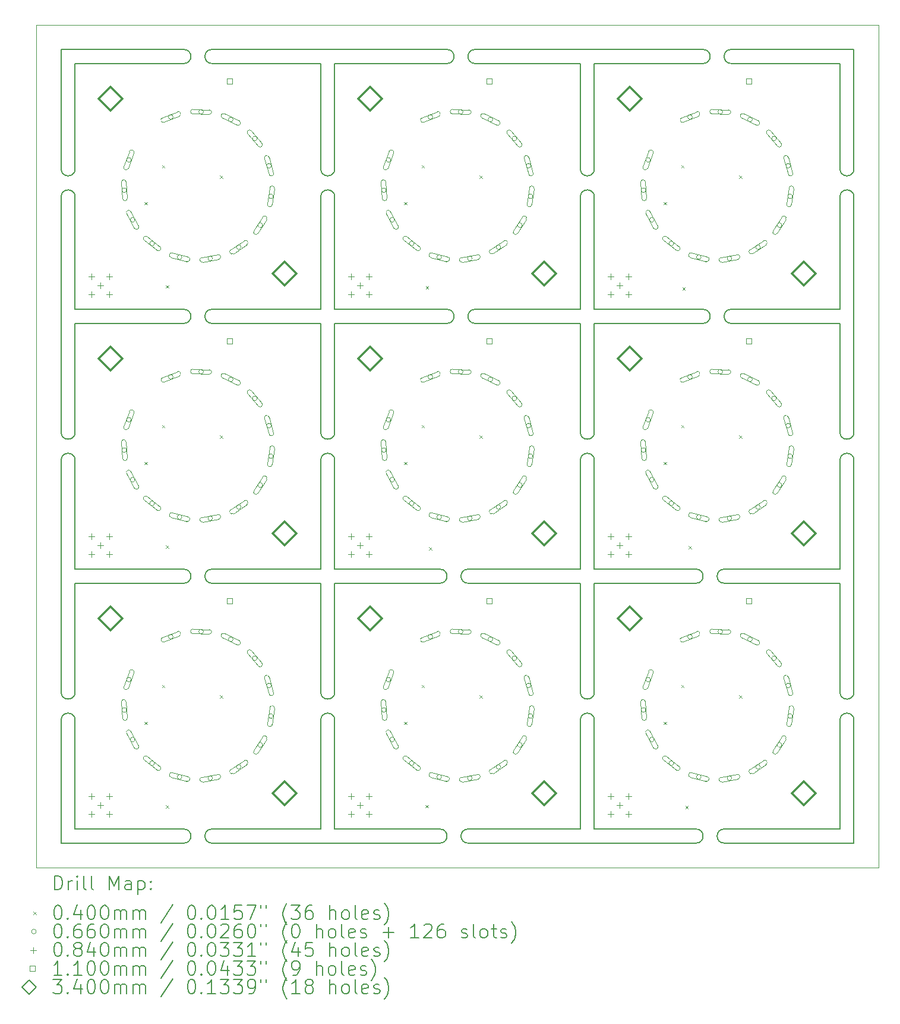
<source format=gbr>
%TF.GenerationSoftware,KiCad,Pcbnew,7.0.9*%
%TF.CreationDate,2024-10-30T14:50:42+01:00*%
%TF.ProjectId,panel,70616e65-6c2e-46b6-9963-61645f706362,rev?*%
%TF.SameCoordinates,Original*%
%TF.FileFunction,Drillmap*%
%TF.FilePolarity,Positive*%
%FSLAX45Y45*%
G04 Gerber Fmt 4.5, Leading zero omitted, Abs format (unit mm)*
G04 Created by KiCad (PCBNEW 7.0.9) date 2024-10-30 14:50:42*
%MOMM*%
%LPD*%
G01*
G04 APERTURE LIST*
%ADD10C,0.100000*%
%ADD11C,0.150000*%
%ADD12C,0.200000*%
%ADD13C,0.110000*%
%ADD14C,0.340000*%
G04 APERTURE END LIST*
D10*
X9949978Y-2500000D02*
X21949978Y-2500000D01*
X21949978Y-14500000D01*
X9949978Y-14500000D01*
X9949978Y-2500000D01*
D11*
X10299978Y-14150000D02*
X10299978Y-12400000D01*
X12049977Y-14150000D02*
X10299978Y-14150000D01*
X15699977Y-14150000D02*
X12449977Y-14150000D01*
X19349978Y-14150000D02*
X16099977Y-14150000D01*
X21599978Y-14150000D02*
X19749978Y-14150000D01*
X21599978Y-12400000D02*
X21599978Y-14150000D01*
X21599978Y-8700000D02*
X21599978Y-12000000D01*
X21599978Y-4950000D02*
X21599978Y-8300000D01*
X21599978Y-2850000D02*
X21599978Y-4550000D01*
X19849978Y-2850000D02*
X21599978Y-2850000D01*
X16199977Y-2850000D02*
X19449978Y-2850000D01*
X12449977Y-2850000D02*
X15799977Y-2850000D01*
X10299978Y-2850000D02*
X12049977Y-2850000D01*
X10299978Y-4550000D02*
X10299978Y-2850000D01*
X10299978Y-8300000D02*
X10299978Y-4950000D01*
X10299978Y-12000000D02*
X10299978Y-8700000D01*
X10499978Y-12400000D02*
G75*
G03*
X10299978Y-12400000I-100000J0D01*
G01*
X10299978Y-12000000D02*
G75*
G03*
X10499978Y-12000000I100000J0D01*
G01*
X10499978Y-12400000D02*
X10499978Y-13950000D01*
X10499978Y-10450000D02*
X10499978Y-12000000D01*
X10499978Y-8700000D02*
G75*
G03*
X10299978Y-8700000I-100000J0D01*
G01*
X10299978Y-8300000D02*
G75*
G03*
X10499978Y-8300000I100000J0D01*
G01*
X10499978Y-8700000D02*
X10499978Y-10250000D01*
X10499978Y-6750000D02*
X10499978Y-8300000D01*
X10499978Y-4950000D02*
X10499978Y-6550000D01*
X10499978Y-4950000D02*
G75*
G03*
X10299978Y-4950000I-100000J0D01*
G01*
X10299978Y-4550000D02*
G75*
G03*
X10499978Y-4550000I100000J0D01*
G01*
X10499978Y-3050000D02*
X10499978Y-4550000D01*
X15699977Y-13950000D02*
X15099977Y-13950000D01*
X15699977Y-14150000D02*
G75*
G03*
X15699977Y-13950000I0J100000D01*
G01*
X16099977Y-13950000D02*
G75*
G03*
X16099977Y-14150000I0J-100000D01*
G01*
X17699978Y-13950000D02*
X16099977Y-13950000D01*
X17699978Y-12400000D02*
X17699978Y-13950000D01*
X17899978Y-10450000D02*
X19349978Y-10450000D01*
X17899978Y-12000000D02*
X17899978Y-10450000D01*
X17699978Y-11700000D02*
X17699978Y-12000000D01*
X17699978Y-12000000D02*
G75*
G03*
X17899978Y-12000000I100000J0D01*
G01*
X17899978Y-12400000D02*
G75*
G03*
X17699978Y-12400000I-100000J0D01*
G01*
X17899978Y-13950000D02*
X17899978Y-12400000D01*
X19349978Y-13950000D02*
X17899978Y-13950000D01*
X19349978Y-14150000D02*
G75*
G03*
X19349978Y-13950000I0J100000D01*
G01*
X19749978Y-13950000D02*
G75*
G03*
X19749978Y-14150000I0J-100000D01*
G01*
X19849978Y-13950000D02*
X19749978Y-13950000D01*
X21399978Y-13950000D02*
X19849978Y-13950000D01*
X21399978Y-12400000D02*
X21399978Y-13950000D01*
X21599978Y-12400000D02*
G75*
G03*
X21399978Y-12400000I-100000J0D01*
G01*
X21399978Y-12000000D02*
G75*
G03*
X21599978Y-12000000I100000J0D01*
G01*
X21399978Y-10450000D02*
X21399978Y-12000000D01*
X19749978Y-10450000D02*
X21399978Y-10450000D01*
X19349978Y-10450000D02*
G75*
G03*
X19349978Y-10250000I0J100000D01*
G01*
X19749978Y-10250000D02*
G75*
G03*
X19749978Y-10450000I0J-100000D01*
G01*
X19199978Y-10250000D02*
X19349978Y-10250000D01*
X19849978Y-10250000D02*
X19749978Y-10250000D01*
X21399978Y-8700000D02*
X21399978Y-8800000D01*
X21399978Y-8150000D02*
X21399978Y-8300000D01*
X21599978Y-8700000D02*
G75*
G03*
X21399978Y-8700000I-100000J0D01*
G01*
X21399978Y-8300000D02*
G75*
G03*
X21599978Y-8300000I100000J0D01*
G01*
X21399978Y-4950000D02*
X21399978Y-5100000D01*
X21599978Y-4950000D02*
G75*
G03*
X21399978Y-4950000I-100000J0D01*
G01*
X21399978Y-4550000D02*
G75*
G03*
X21599978Y-4550000I100000J0D01*
G01*
X21399978Y-4400000D02*
X21399978Y-4550000D01*
X21399978Y-6750000D02*
X19849978Y-6750000D01*
X21399978Y-8150000D02*
X21399978Y-6750000D01*
X21399978Y-10250000D02*
X21399978Y-8800000D01*
X19849978Y-10250000D02*
X21399978Y-10250000D01*
X17899978Y-10250000D02*
X19199978Y-10250000D01*
X17899978Y-8700000D02*
X17899978Y-10250000D01*
X17899978Y-6750000D02*
X17899978Y-8300000D01*
X19449978Y-6750000D02*
X17899978Y-6750000D01*
X19849978Y-6550000D02*
G75*
G03*
X19849978Y-6750000I0J-100000D01*
G01*
X19449978Y-6750000D02*
G75*
G03*
X19449978Y-6550000I0J100000D01*
G01*
X19849978Y-2850000D02*
G75*
G03*
X19849978Y-3050000I0J-100000D01*
G01*
X19449978Y-3050000D02*
G75*
G03*
X19449978Y-2850000I0J100000D01*
G01*
X19849978Y-3050000D02*
X21349978Y-3050000D01*
X17899978Y-3050000D02*
X19449978Y-3050000D01*
X21399978Y-6550000D02*
X21399978Y-5100000D01*
X19849978Y-6550000D02*
X21399978Y-6550000D01*
X19199978Y-6550000D02*
X19449978Y-6550000D01*
X17899978Y-6550000D02*
X19199978Y-6550000D01*
X17899978Y-4950000D02*
X17899978Y-6550000D01*
X21399978Y-3050000D02*
X21399978Y-4400000D01*
X21349978Y-3050000D02*
X21399978Y-3050000D01*
X17899978Y-4550000D02*
X17899978Y-3050000D01*
X17899978Y-8700000D02*
G75*
G03*
X17699978Y-8700000I-100000J0D01*
G01*
X17699978Y-8300000D02*
G75*
G03*
X17899978Y-8300000I100000J0D01*
G01*
X16099977Y-10250000D02*
G75*
G03*
X16099977Y-10450000I0J-100000D01*
G01*
X15699977Y-10450000D02*
G75*
G03*
X15699977Y-10250000I0J100000D01*
G01*
X17699978Y-10450000D02*
X17699978Y-11700000D01*
X16099977Y-10450000D02*
X17699978Y-10450000D01*
X14199977Y-10450000D02*
X15699977Y-10450000D01*
X17699978Y-10250000D02*
X17699978Y-8700000D01*
X16099977Y-10250000D02*
X17699978Y-10250000D01*
X15549977Y-10250000D02*
X15699977Y-10250000D01*
X14199977Y-10250000D02*
X15549977Y-10250000D01*
X14199977Y-8700000D02*
X14199977Y-10250000D01*
X17699978Y-6900000D02*
X17699978Y-8300000D01*
X17699978Y-6750000D02*
X17699978Y-6900000D01*
X16199977Y-6750000D02*
X17699978Y-6750000D01*
X16299977Y-6550000D02*
X16199977Y-6550000D01*
X16199977Y-6550000D02*
G75*
G03*
X16199977Y-6750000I0J-100000D01*
G01*
X15799977Y-6750000D02*
G75*
G03*
X15799977Y-6550000I0J100000D01*
G01*
X15499977Y-6750000D02*
X15799977Y-6750000D01*
X15499977Y-6550000D02*
X15799977Y-6550000D01*
X14199977Y-6750000D02*
X15499977Y-6750000D01*
X14199977Y-8300000D02*
X14199977Y-6750000D01*
X14199977Y-8700000D02*
G75*
G03*
X13999977Y-8700000I-100000J0D01*
G01*
X13999977Y-8300000D02*
G75*
G03*
X14199977Y-8300000I100000J0D01*
G01*
X13999977Y-8300000D02*
X13999977Y-6750000D01*
X13999977Y-10250000D02*
X13999977Y-8700000D01*
X14199977Y-12000000D02*
X14199977Y-10450000D01*
X13999977Y-12000000D02*
G75*
G03*
X14199977Y-12000000I100000J0D01*
G01*
X14199977Y-13950000D02*
X15099977Y-13950000D01*
X14199977Y-12400000D02*
X14199977Y-13950000D01*
X14199977Y-12400000D02*
G75*
G03*
X13999977Y-12400000I-100000J0D01*
G01*
X13999977Y-12400000D02*
X13999977Y-13950000D01*
X13999977Y-12000000D02*
X13999977Y-10450000D01*
X12449977Y-13950000D02*
G75*
G03*
X12449977Y-14150000I0J-100000D01*
G01*
X12049977Y-14150000D02*
G75*
G03*
X12049977Y-13950000I0J100000D01*
G01*
X12049977Y-3050000D02*
G75*
G03*
X12049977Y-2850000I0J100000D01*
G01*
X12449977Y-2850000D02*
G75*
G03*
X12449977Y-3050000I0J-100000D01*
G01*
X15799977Y-3050000D02*
G75*
G03*
X15799977Y-2850000I0J100000D01*
G01*
X16199977Y-2850000D02*
G75*
G03*
X16199977Y-3050000I0J-100000D01*
G01*
X17899978Y-4950000D02*
G75*
G03*
X17699978Y-4950000I-100000J0D01*
G01*
X17699978Y-4550000D02*
G75*
G03*
X17899978Y-4550000I100000J0D01*
G01*
X17699978Y-5050000D02*
X17699978Y-4950000D01*
X17699978Y-4550000D02*
X17699978Y-4400000D01*
X16199977Y-3050000D02*
X16299977Y-3050000D01*
X15549977Y-3050000D02*
X15799977Y-3050000D01*
X17699978Y-3050000D02*
X16299977Y-3050000D01*
X17699978Y-4400000D02*
X17699978Y-3050000D01*
X17699978Y-6550000D02*
X17699978Y-5050000D01*
X16299977Y-6550000D02*
X17699978Y-6550000D01*
X14199977Y-6550000D02*
X15499977Y-6550000D01*
X14199977Y-4950000D02*
X14199977Y-6550000D01*
X14199977Y-3050000D02*
X15549977Y-3050000D01*
X14199977Y-4550000D02*
X14199977Y-3050000D01*
X14199977Y-4950000D02*
G75*
G03*
X13999977Y-4950000I-100000J0D01*
G01*
X13999977Y-4550000D02*
G75*
G03*
X14199977Y-4550000I100000J0D01*
G01*
X13999977Y-4950000D02*
X13999977Y-6550000D01*
X13999977Y-3050000D02*
X13999977Y-4550000D01*
X12449977Y-3050000D02*
X13999977Y-3050000D01*
X12049977Y-3050000D02*
X10499978Y-3050000D01*
X12049977Y-13950000D02*
X11849977Y-13950000D01*
X12449977Y-13950000D02*
X12599977Y-13950000D01*
X13999977Y-10450000D02*
X12449977Y-10450000D01*
X12599977Y-13950000D02*
X13999977Y-13950000D01*
X10499978Y-13950000D02*
X11849977Y-13950000D01*
X12049977Y-10450000D02*
X10499978Y-10450000D01*
X12049977Y-10450000D02*
G75*
G03*
X12049977Y-10250000I0J100000D01*
G01*
X12449977Y-10250000D02*
G75*
G03*
X12449977Y-10450000I0J-100000D01*
G01*
X12049977Y-10250000D02*
X11849977Y-10250000D01*
X12449977Y-10250000D02*
X12599977Y-10250000D01*
X13999977Y-6750000D02*
X12449977Y-6750000D01*
X12599977Y-10250000D02*
X13999977Y-10250000D01*
X10499978Y-10250000D02*
X11849977Y-10250000D01*
X12049977Y-6750000D02*
X10499978Y-6750000D01*
X12449977Y-6550000D02*
G75*
G03*
X12449977Y-6750000I0J-100000D01*
G01*
X12049977Y-6750000D02*
G75*
G03*
X12049977Y-6550000I0J100000D01*
G01*
X10499978Y-6550000D02*
X12049977Y-6550000D01*
X12449977Y-6550000D02*
X13999977Y-6550000D01*
D12*
D10*
X11487312Y-8722515D02*
X11527312Y-8762515D01*
X11527312Y-8722515D02*
X11487312Y-8762515D01*
X11487312Y-12422530D02*
X11527312Y-12462530D01*
X11527312Y-12422530D02*
X11487312Y-12462530D01*
X11487492Y-5022500D02*
X11527492Y-5062500D01*
X11527492Y-5022500D02*
X11487492Y-5062500D01*
X11737312Y-8197515D02*
X11777312Y-8237515D01*
X11777312Y-8197515D02*
X11737312Y-8237515D01*
X11737312Y-11897530D02*
X11777312Y-11937530D01*
X11777312Y-11897530D02*
X11737312Y-11937530D01*
X11737492Y-4497500D02*
X11777492Y-4537500D01*
X11777492Y-4497500D02*
X11737492Y-4537500D01*
X11791997Y-9910820D02*
X11831997Y-9950820D01*
X11831997Y-9910820D02*
X11791997Y-9950820D01*
X11792176Y-6206560D02*
X11832176Y-6246560D01*
X11832176Y-6206560D02*
X11792176Y-6246560D01*
X11794537Y-13612540D02*
X11834537Y-13652540D01*
X11834537Y-13612540D02*
X11794537Y-13652540D01*
X12562312Y-8347515D02*
X12602312Y-8387515D01*
X12602312Y-8347515D02*
X12562312Y-8387515D01*
X12562312Y-12047530D02*
X12602312Y-12087530D01*
X12602312Y-12047530D02*
X12562312Y-12087530D01*
X12562492Y-4647500D02*
X12602492Y-4687500D01*
X12602492Y-4647500D02*
X12562492Y-4687500D01*
X15187327Y-8722335D02*
X15227327Y-8762335D01*
X15227327Y-8722335D02*
X15187327Y-8762335D01*
X15187327Y-12422350D02*
X15227327Y-12462350D01*
X15227327Y-12422350D02*
X15187327Y-12462350D01*
X15187507Y-5022320D02*
X15227507Y-5062320D01*
X15227507Y-5022320D02*
X15187507Y-5062320D01*
X15437327Y-8197335D02*
X15477327Y-8237335D01*
X15477327Y-8197335D02*
X15437327Y-8237335D01*
X15437327Y-11897350D02*
X15477327Y-11937350D01*
X15477327Y-11897350D02*
X15437327Y-11937350D01*
X15437507Y-4497320D02*
X15477507Y-4537320D01*
X15477507Y-4497320D02*
X15437507Y-4537320D01*
X15493717Y-13607320D02*
X15533717Y-13647320D01*
X15533717Y-13607320D02*
X15493717Y-13647320D01*
X15496033Y-6222271D02*
X15536033Y-6262271D01*
X15536033Y-6222271D02*
X15496033Y-6262271D01*
X15544517Y-9934150D02*
X15584517Y-9974150D01*
X15584517Y-9934150D02*
X15544517Y-9974150D01*
X16262327Y-8347335D02*
X16302327Y-8387335D01*
X16302327Y-8347335D02*
X16262327Y-8387335D01*
X16262327Y-12047350D02*
X16302327Y-12087350D01*
X16302327Y-12047350D02*
X16262327Y-12087350D01*
X16262507Y-4647320D02*
X16302507Y-4687320D01*
X16302507Y-4647320D02*
X16262507Y-4687320D01*
X18887343Y-8722335D02*
X18927343Y-8762335D01*
X18927343Y-8722335D02*
X18887343Y-8762335D01*
X18887343Y-12422350D02*
X18927343Y-12462350D01*
X18927343Y-12422350D02*
X18887343Y-12462350D01*
X18887523Y-5022320D02*
X18927523Y-5062320D01*
X18927523Y-5022320D02*
X18887523Y-5062320D01*
X19137343Y-8197335D02*
X19177343Y-8237335D01*
X19177343Y-8197335D02*
X19137343Y-8237335D01*
X19137343Y-11897350D02*
X19177343Y-11937350D01*
X19177343Y-11897350D02*
X19137343Y-11937350D01*
X19137523Y-4497320D02*
X19177523Y-4537320D01*
X19177523Y-4497320D02*
X19137523Y-4537320D01*
X19154979Y-6239399D02*
X19194979Y-6279399D01*
X19194979Y-6239399D02*
X19154979Y-6279399D01*
X19197978Y-13619980D02*
X19237978Y-13659980D01*
X19237978Y-13619980D02*
X19197978Y-13659980D01*
X19246238Y-9920800D02*
X19286238Y-9960800D01*
X19286238Y-9920800D02*
X19246238Y-9960800D01*
X19962343Y-8347335D02*
X20002343Y-8387335D01*
X20002343Y-8347335D02*
X19962343Y-8387335D01*
X19962343Y-12047350D02*
X20002343Y-12087350D01*
X20002343Y-12047350D02*
X19962343Y-12087350D01*
X19962523Y-4647320D02*
X20002523Y-4687320D01*
X20002523Y-4647320D02*
X19962523Y-4687320D01*
X11233969Y-8554859D02*
G75*
G03*
X11233969Y-8554859I-33000J0D01*
G01*
X11242050Y-8669272D02*
X11225727Y-8435842D01*
X11225727Y-8435842D02*
G75*
G03*
X11159888Y-8440446I-32920J-2302D01*
G01*
X11159888Y-8440446D02*
X11176211Y-8673876D01*
X11176211Y-8673876D02*
G75*
G03*
X11242050Y-8669272I32920J2302D01*
G01*
X11233969Y-12254874D02*
G75*
G03*
X11233969Y-12254874I-33000J0D01*
G01*
X11242050Y-12369287D02*
X11225727Y-12135857D01*
X11225727Y-12135857D02*
G75*
G03*
X11159888Y-12140461I-32920J-2302D01*
G01*
X11159888Y-12140461D02*
X11176211Y-12373891D01*
X11176211Y-12373891D02*
G75*
G03*
X11242050Y-12369287I32920J2302D01*
G01*
X11234149Y-4854844D02*
G75*
G03*
X11234149Y-4854844I-33000J0D01*
G01*
X11242230Y-4969257D02*
X11225907Y-4735827D01*
X11225907Y-4735827D02*
G75*
G03*
X11160068Y-4740431I-32920J-2302D01*
G01*
X11160068Y-4740431D02*
X11176391Y-4973861D01*
X11176391Y-4973861D02*
G75*
G03*
X11242230Y-4969257I32920J2302D01*
G01*
X11297839Y-8122344D02*
G75*
G03*
X11297839Y-8122344I-33000J0D01*
G01*
X11255833Y-8243575D02*
X11335865Y-8023687D01*
X11335865Y-8023687D02*
G75*
G03*
X11273846Y-8001113I-31010J11287D01*
G01*
X11273846Y-8001113D02*
X11193813Y-8221001D01*
X11193813Y-8221001D02*
G75*
G03*
X11255833Y-8243575I31010J-11287D01*
G01*
X11297839Y-11822359D02*
G75*
G03*
X11297839Y-11822359I-33000J0D01*
G01*
X11255833Y-11943590D02*
X11335865Y-11723702D01*
X11335865Y-11723702D02*
G75*
G03*
X11273846Y-11701128I-31010J11287D01*
G01*
X11273846Y-11701128D02*
X11193813Y-11921016D01*
X11193813Y-11921016D02*
G75*
G03*
X11255833Y-11943590I31010J-11287D01*
G01*
X11298019Y-4422329D02*
G75*
G03*
X11298019Y-4422329I-33000J0D01*
G01*
X11256013Y-4543560D02*
X11336045Y-4323672D01*
X11336045Y-4323672D02*
G75*
G03*
X11274026Y-4301098I-31010J11287D01*
G01*
X11274026Y-4301098D02*
X11193993Y-4520987D01*
X11193993Y-4520986D02*
G75*
G03*
X11256013Y-4543560I31010J-11287D01*
G01*
X11351541Y-8975961D02*
G75*
G03*
X11351541Y-8975961I-33000J0D01*
G01*
X11402606Y-9063773D02*
X11292750Y-8857163D01*
X11292750Y-8857163D02*
G75*
G03*
X11234475Y-8888149I-29137J-15493D01*
G01*
X11234476Y-8888149D02*
X11344332Y-9094758D01*
X11344332Y-9094758D02*
G75*
G03*
X11402606Y-9063773I29137J15493D01*
G01*
X11351541Y-12675976D02*
G75*
G03*
X11351541Y-12675976I-33000J0D01*
G01*
X11402606Y-12763788D02*
X11292750Y-12557178D01*
X11292750Y-12557178D02*
G75*
G03*
X11234475Y-12588163I-29137J-15493D01*
G01*
X11234476Y-12588163D02*
X11344332Y-12794773D01*
X11344332Y-12794773D02*
G75*
G03*
X11402606Y-12763788I29137J15493D01*
G01*
X11351721Y-5275946D02*
G75*
G03*
X11351721Y-5275946I-33000J0D01*
G01*
X11402786Y-5363758D02*
X11292930Y-5157148D01*
X11292930Y-5157148D02*
G75*
G03*
X11234655Y-5188134I-29137J-15493D01*
G01*
X11234656Y-5188134D02*
X11344512Y-5394743D01*
X11344512Y-5394743D02*
G75*
G03*
X11402786Y-5363758I29137J15493D01*
G01*
X11630225Y-9312835D02*
G75*
G03*
X11630225Y-9312835I-33000J0D01*
G01*
X11709739Y-9358863D02*
X11525344Y-9214798D01*
X11525344Y-9214798D02*
G75*
G03*
X11484711Y-9266807I-20317J-26004D01*
G01*
X11484711Y-9266807D02*
X11669105Y-9410871D01*
X11669105Y-9410871D02*
G75*
G03*
X11709739Y-9358863I20317J26004D01*
G01*
X11630225Y-13012849D02*
G75*
G03*
X11630225Y-13012849I-33000J0D01*
G01*
X11709739Y-13058877D02*
X11525344Y-12914813D01*
X11525344Y-12914813D02*
G75*
G03*
X11484711Y-12966821I-20317J-26004D01*
G01*
X11484711Y-12966821D02*
X11669105Y-13110886D01*
X11669105Y-13110886D02*
G75*
G03*
X11709739Y-13058877I20317J26004D01*
G01*
X11630405Y-5612819D02*
G75*
G03*
X11630405Y-5612819I-33000J0D01*
G01*
X11709919Y-5658847D02*
X11525524Y-5514783D01*
X11525524Y-5514783D02*
G75*
G03*
X11484891Y-5566792I-20317J-26004D01*
G01*
X11484891Y-5566792D02*
X11669285Y-5710856D01*
X11669285Y-5710856D02*
G75*
G03*
X11709919Y-5658847I20317J26004D01*
G01*
X11896266Y-7511254D02*
G75*
G03*
X11896266Y-7511254I-33000J0D01*
G01*
X11767147Y-7585680D02*
X11984108Y-7498022D01*
X11984108Y-7498022D02*
G75*
G03*
X11959384Y-7436828I-12362J30597D01*
G01*
X11959384Y-7436828D02*
X11742423Y-7524486D01*
X11742423Y-7524486D02*
G75*
G03*
X11767147Y-7585680I12362J-30597D01*
G01*
X11896266Y-11211269D02*
G75*
G03*
X11896266Y-11211269I-33000J0D01*
G01*
X11767147Y-11285695D02*
X11984108Y-11198037D01*
X11984108Y-11198037D02*
G75*
G03*
X11959384Y-11136843I-12362J30597D01*
G01*
X11959384Y-11136843D02*
X11742423Y-11224501D01*
X11742423Y-11224501D02*
G75*
G03*
X11767147Y-11285695I12362J-30597D01*
G01*
X11896446Y-3811239D02*
G75*
G03*
X11896446Y-3811239I-33000J0D01*
G01*
X11767327Y-3885665D02*
X11984288Y-3798007D01*
X11984288Y-3798007D02*
G75*
G03*
X11959564Y-3736813I-12362J30597D01*
G01*
X11959564Y-3736813D02*
X11742603Y-3824471D01*
X11742603Y-3824471D02*
G75*
G03*
X11767327Y-3885665I12362J-30597D01*
G01*
X12021836Y-9507233D02*
G75*
G03*
X12021836Y-9507233I-33000J0D01*
G01*
X12110344Y-9503518D02*
X11883294Y-9446909D01*
X11883294Y-9446908D02*
G75*
G03*
X11867328Y-9510948I-7983J-32020D01*
G01*
X11867328Y-9510948D02*
X12094377Y-9567558D01*
X12094377Y-9567558D02*
G75*
G03*
X12110344Y-9503518I7983J32020D01*
G01*
X12021836Y-13207248D02*
G75*
G03*
X12021836Y-13207248I-33000J0D01*
G01*
X12110344Y-13203533D02*
X11883294Y-13146923D01*
X11883294Y-13146923D02*
G75*
G03*
X11867328Y-13210963I-7983J-32020D01*
G01*
X11867328Y-13210963D02*
X12094377Y-13267573D01*
X12094377Y-13267573D02*
G75*
G03*
X12110344Y-13203533I7983J32020D01*
G01*
X12022016Y-5807218D02*
G75*
G03*
X12022016Y-5807218I-33000J0D01*
G01*
X12110524Y-5803503D02*
X11883474Y-5746893D01*
X11883474Y-5746893D02*
G75*
G03*
X11867508Y-5810933I-7983J-32020D01*
G01*
X11867508Y-5810933D02*
X12094557Y-5867543D01*
X12094557Y-5867543D02*
G75*
G03*
X12110524Y-5803503I7983J32020D01*
G01*
X12327350Y-7438343D02*
G75*
G03*
X12327350Y-7438343I-33000J0D01*
G01*
X12176270Y-7467240D02*
X12410127Y-7475406D01*
X12410127Y-7475406D02*
G75*
G03*
X12412430Y-7409447I1152J32980D01*
G01*
X12412430Y-7409447D02*
X12178573Y-7401280D01*
X12178573Y-7401280D02*
G75*
G03*
X12176270Y-7467240I-1152J-32980D01*
G01*
X12327350Y-11138358D02*
G75*
G03*
X12327350Y-11138358I-33000J0D01*
G01*
X12176270Y-11167255D02*
X12410127Y-11175421D01*
X12410127Y-11175421D02*
G75*
G03*
X12412430Y-11109462I1152J32980D01*
G01*
X12412430Y-11109462D02*
X12178573Y-11101295D01*
X12178573Y-11101295D02*
G75*
G03*
X12176270Y-11167255I-1152J-32980D01*
G01*
X12327530Y-3738328D02*
G75*
G03*
X12327530Y-3738328I-33000J0D01*
G01*
X12176450Y-3767225D02*
X12410307Y-3775391D01*
X12410307Y-3775391D02*
G75*
G03*
X12412610Y-3709432I1152J32980D01*
G01*
X12412610Y-3709432D02*
X12178753Y-3701265D01*
X12178753Y-3701265D02*
G75*
G03*
X12176450Y-3767225I-1152J-32980D01*
G01*
X12458658Y-9525543D02*
G75*
G03*
X12458658Y-9525543I-33000J0D01*
G01*
X12535150Y-9472728D02*
X12304705Y-9513361D01*
X12304705Y-9513361D02*
G75*
G03*
X12316166Y-9578359I5730J-32499D01*
G01*
X12316166Y-9578359D02*
X12546611Y-9537725D01*
X12546611Y-9537725D02*
G75*
G03*
X12535150Y-9472728I-5730J32499D01*
G01*
X12458658Y-13225558D02*
G75*
G03*
X12458658Y-13225558I-33000J0D01*
G01*
X12535150Y-13172743D02*
X12304705Y-13213376D01*
X12304705Y-13213376D02*
G75*
G03*
X12316166Y-13278374I5730J-32499D01*
G01*
X12316166Y-13278374D02*
X12546611Y-13237740D01*
X12546611Y-13237740D02*
G75*
G03*
X12535150Y-13172743I-5730J32499D01*
G01*
X12458838Y-5825528D02*
G75*
G03*
X12458838Y-5825528I-33000J0D01*
G01*
X12535330Y-5772713D02*
X12304885Y-5813346D01*
X12304885Y-5813346D02*
G75*
G03*
X12316346Y-5878344I5730J-32499D01*
G01*
X12316346Y-5878344D02*
X12546791Y-5837710D01*
X12546791Y-5837710D02*
G75*
G03*
X12535330Y-5772713I-5730J32499D01*
G01*
X12750820Y-7547073D02*
G75*
G03*
X12750820Y-7547073I-33000J0D01*
G01*
X12598195Y-7525444D02*
X12808513Y-7628023D01*
X12808513Y-7628023D02*
G75*
G03*
X12837445Y-7568703I14466J29660D01*
G01*
X12837446Y-7568703D02*
X12627128Y-7466124D01*
X12627128Y-7466124D02*
G75*
G03*
X12598195Y-7525444I-14466J-29660D01*
G01*
X12750820Y-11247088D02*
G75*
G03*
X12750820Y-11247088I-33000J0D01*
G01*
X12598195Y-11225459D02*
X12808513Y-11328038D01*
X12808513Y-11328038D02*
G75*
G03*
X12837445Y-11268718I14466J29660D01*
G01*
X12837446Y-11268718D02*
X12627128Y-11166139D01*
X12627128Y-11166139D02*
G75*
G03*
X12598195Y-11225459I-14466J-29660D01*
G01*
X12751000Y-3847058D02*
G75*
G03*
X12751000Y-3847058I-33000J0D01*
G01*
X12598375Y-3825429D02*
X12808693Y-3928008D01*
X12808693Y-3928008D02*
G75*
G03*
X12837625Y-3868688I14466J29660D01*
G01*
X12837626Y-3868688D02*
X12627308Y-3766109D01*
X12627308Y-3766109D02*
G75*
G03*
X12598375Y-3825429I-14466J-29660D01*
G01*
X12865163Y-9364598D02*
G75*
G03*
X12865163Y-9364598I-33000J0D01*
G01*
X12910707Y-9271814D02*
X12716712Y-9402665D01*
X12716712Y-9402665D02*
G75*
G03*
X12753619Y-9457382I18453J-27358D01*
G01*
X12753619Y-9457382D02*
X12947614Y-9326531D01*
X12947614Y-9326531D02*
G75*
G03*
X12910707Y-9271814I-18453J27358D01*
G01*
X12865163Y-13064613D02*
G75*
G03*
X12865163Y-13064613I-33000J0D01*
G01*
X12910707Y-12971829D02*
X12716712Y-13102680D01*
X12716712Y-13102680D02*
G75*
G03*
X12753619Y-13157397I18453J-27358D01*
G01*
X12753619Y-13157397D02*
X12947614Y-13026546D01*
X12947614Y-13026545D02*
G75*
G03*
X12910707Y-12971829I-18453J27358D01*
G01*
X12865343Y-5664583D02*
G75*
G03*
X12865343Y-5664583I-33000J0D01*
G01*
X12910887Y-5571799D02*
X12716892Y-5702650D01*
X12716892Y-5702650D02*
G75*
G03*
X12753799Y-5757367I18453J-27358D01*
G01*
X12753799Y-5757367D02*
X12947794Y-5626516D01*
X12947794Y-5626515D02*
G75*
G03*
X12910887Y-5571799I-18453J27358D01*
G01*
X13093456Y-7818644D02*
G75*
G03*
X13093456Y-7818644I-33000J0D01*
G01*
X12959970Y-7750229D02*
X13110382Y-7929483D01*
X13110382Y-7929483D02*
G75*
G03*
X13160941Y-7887059I25280J21212D01*
G01*
X13160941Y-7887059D02*
X13010529Y-7707805D01*
X13010529Y-7707805D02*
G75*
G03*
X12959970Y-7750229I-25280J-21212D01*
G01*
X13093456Y-11518659D02*
G75*
G03*
X13093456Y-11518659I-33000J0D01*
G01*
X12959970Y-11450244D02*
X13110382Y-11629498D01*
X13110382Y-11629498D02*
G75*
G03*
X13160941Y-11587074I25280J21212D01*
G01*
X13160941Y-11587074D02*
X13010529Y-11407820D01*
X13010529Y-11407820D02*
G75*
G03*
X12959970Y-11450244I-25280J-21212D01*
G01*
X13093636Y-4118629D02*
G75*
G03*
X13093636Y-4118629I-33000J0D01*
G01*
X12960150Y-4050214D02*
X13110562Y-4229468D01*
X13110562Y-4229468D02*
G75*
G03*
X13161121Y-4187044I25280J21212D01*
G01*
X13161121Y-4187044D02*
X13010709Y-4007790D01*
X13010709Y-4007790D02*
G75*
G03*
X12960150Y-4050214I-25280J-21212D01*
G01*
X13171061Y-9052227D02*
G75*
G03*
X13171061Y-9052227I-33000J0D01*
G01*
X13172076Y-8935518D02*
X13048075Y-9133961D01*
X13048075Y-9133961D02*
G75*
G03*
X13104046Y-9168936I27986J-17487D01*
G01*
X13104046Y-9168936D02*
X13228047Y-8970493D01*
X13228047Y-8970493D02*
G75*
G03*
X13172076Y-8935518I-27986J17487D01*
G01*
X13171061Y-12752242D02*
G75*
G03*
X13171061Y-12752242I-33000J0D01*
G01*
X13172076Y-12635533D02*
X13048075Y-12833976D01*
X13048075Y-12833976D02*
G75*
G03*
X13104046Y-12868951I27986J-17487D01*
G01*
X13104046Y-12868951D02*
X13228047Y-12670507D01*
X13228047Y-12670507D02*
G75*
G03*
X13172076Y-12635533I-27986J17487D01*
G01*
X13171241Y-5352212D02*
G75*
G03*
X13171241Y-5352212I-33000J0D01*
G01*
X13172256Y-5235503D02*
X13048255Y-5433946D01*
X13048255Y-5433946D02*
G75*
G03*
X13104226Y-5468921I27986J-17487D01*
G01*
X13104226Y-5468921D02*
X13228227Y-5270478D01*
X13228227Y-5270478D02*
G75*
G03*
X13172256Y-5235503I-27986J17487D01*
G01*
X13296009Y-8206098D02*
G75*
G03*
X13296009Y-8206098I-33000J0D01*
G01*
X13199037Y-8102727D02*
X13263536Y-8327662D01*
X13263537Y-8327662D02*
G75*
G03*
X13326980Y-8309470I31722J9096D01*
G01*
X13326980Y-8309470D02*
X13262481Y-8084535D01*
X13262481Y-8084535D02*
G75*
G03*
X13199037Y-8102727I-31722J-9096D01*
G01*
X13296009Y-11906113D02*
G75*
G03*
X13296009Y-11906113I-33000J0D01*
G01*
X13199037Y-11802742D02*
X13263536Y-12027677D01*
X13263537Y-12027677D02*
G75*
G03*
X13326980Y-12009485I31722J9096D01*
G01*
X13326980Y-12009485D02*
X13262481Y-11784550D01*
X13262481Y-11784550D02*
G75*
G03*
X13199037Y-11802742I-31722J-9096D01*
G01*
X13296189Y-4506084D02*
G75*
G03*
X13296189Y-4506084I-33000J0D01*
G01*
X13199217Y-4402712D02*
X13263716Y-4627647D01*
X13263717Y-4627647D02*
G75*
G03*
X13327160Y-4609455I31722J9096D01*
G01*
X13327160Y-4609455D02*
X13262661Y-4384520D01*
X13262661Y-4384520D02*
G75*
G03*
X13199217Y-4402712I-31722J-9096D01*
G01*
X13323460Y-8642442D02*
G75*
G03*
X13323460Y-8642442I-33000J0D01*
G01*
X13274065Y-8521988D02*
X13241498Y-8753711D01*
X13241498Y-8753711D02*
G75*
G03*
X13306856Y-8762896I32679J-4593D01*
G01*
X13306856Y-8762896D02*
X13339422Y-8531174D01*
X13339422Y-8531174D02*
G75*
G03*
X13274065Y-8521988I-32679J4593D01*
G01*
X13323460Y-12342457D02*
G75*
G03*
X13323460Y-12342457I-33000J0D01*
G01*
X13274065Y-12222003D02*
X13241498Y-12453726D01*
X13241498Y-12453726D02*
G75*
G03*
X13306856Y-12462911I32679J-4593D01*
G01*
X13306856Y-12462911D02*
X13339422Y-12231188D01*
X13339422Y-12231188D02*
G75*
G03*
X13274065Y-12222003I-32679J4593D01*
G01*
X13323640Y-4942427D02*
G75*
G03*
X13323640Y-4942427I-33000J0D01*
G01*
X13274245Y-4821973D02*
X13241678Y-5053696D01*
X13241678Y-5053696D02*
G75*
G03*
X13307036Y-5062881I32679J-4593D01*
G01*
X13307036Y-5062881D02*
X13339602Y-4831159D01*
X13339602Y-4831159D02*
G75*
G03*
X13274245Y-4821973I-32679J4593D01*
G01*
X14933984Y-8554679D02*
G75*
G03*
X14933984Y-8554679I-33000J0D01*
G01*
X14942065Y-8669092D02*
X14925742Y-8435662D01*
X14925742Y-8435662D02*
G75*
G03*
X14859903Y-8440266I-32920J-2302D01*
G01*
X14859903Y-8440266D02*
X14876226Y-8673696D01*
X14876226Y-8673696D02*
G75*
G03*
X14942065Y-8669092I32920J2302D01*
G01*
X14933984Y-12254694D02*
G75*
G03*
X14933984Y-12254694I-33000J0D01*
G01*
X14942065Y-12369107D02*
X14925742Y-12135677D01*
X14925742Y-12135677D02*
G75*
G03*
X14859903Y-12140281I-32920J-2302D01*
G01*
X14859903Y-12140281D02*
X14876226Y-12373711D01*
X14876226Y-12373711D02*
G75*
G03*
X14942065Y-12369107I32920J2302D01*
G01*
X14934164Y-4854664D02*
G75*
G03*
X14934164Y-4854664I-33000J0D01*
G01*
X14942245Y-4969077D02*
X14925922Y-4735647D01*
X14925922Y-4735647D02*
G75*
G03*
X14860083Y-4740251I-32920J-2302D01*
G01*
X14860083Y-4740251D02*
X14876406Y-4973681D01*
X14876406Y-4973681D02*
G75*
G03*
X14942245Y-4969077I32920J2302D01*
G01*
X14997854Y-8122164D02*
G75*
G03*
X14997854Y-8122164I-33000J0D01*
G01*
X14955848Y-8243395D02*
X15035880Y-8023507D01*
X15035880Y-8023507D02*
G75*
G03*
X14973861Y-8000933I-31010J11287D01*
G01*
X14973861Y-8000933D02*
X14893828Y-8220821D01*
X14893828Y-8220821D02*
G75*
G03*
X14955848Y-8243395I31010J-11287D01*
G01*
X14997854Y-11822179D02*
G75*
G03*
X14997854Y-11822179I-33000J0D01*
G01*
X14955848Y-11943410D02*
X15035880Y-11723522D01*
X15035880Y-11723522D02*
G75*
G03*
X14973861Y-11700948I-31010J11287D01*
G01*
X14973861Y-11700948D02*
X14893828Y-11920836D01*
X14893828Y-11920836D02*
G75*
G03*
X14955848Y-11943410I31010J-11287D01*
G01*
X14998034Y-4422149D02*
G75*
G03*
X14998034Y-4422149I-33000J0D01*
G01*
X14956028Y-4543380D02*
X15036060Y-4323492D01*
X15036060Y-4323492D02*
G75*
G03*
X14974041Y-4300918I-31010J11287D01*
G01*
X14974041Y-4300918D02*
X14894008Y-4520807D01*
X14894008Y-4520806D02*
G75*
G03*
X14956028Y-4543380I31010J-11287D01*
G01*
X15051556Y-8975781D02*
G75*
G03*
X15051556Y-8975781I-33000J0D01*
G01*
X15102621Y-9063593D02*
X14992765Y-8856983D01*
X14992765Y-8856983D02*
G75*
G03*
X14934490Y-8887969I-29137J-15493D01*
G01*
X14934491Y-8887969D02*
X15044347Y-9094578D01*
X15044347Y-9094578D02*
G75*
G03*
X15102621Y-9063593I29137J15493D01*
G01*
X15051556Y-12675796D02*
G75*
G03*
X15051556Y-12675796I-33000J0D01*
G01*
X15102621Y-12763608D02*
X14992765Y-12556998D01*
X14992765Y-12556998D02*
G75*
G03*
X14934490Y-12587983I-29137J-15493D01*
G01*
X14934491Y-12587983D02*
X15044347Y-12794593D01*
X15044347Y-12794593D02*
G75*
G03*
X15102621Y-12763608I29137J15493D01*
G01*
X15051736Y-5275766D02*
G75*
G03*
X15051736Y-5275766I-33000J0D01*
G01*
X15102801Y-5363578D02*
X14992945Y-5156968D01*
X14992945Y-5156968D02*
G75*
G03*
X14934670Y-5187954I-29137J-15493D01*
G01*
X14934671Y-5187954D02*
X15044527Y-5394563D01*
X15044527Y-5394563D02*
G75*
G03*
X15102801Y-5363578I29137J15493D01*
G01*
X15330240Y-9312655D02*
G75*
G03*
X15330240Y-9312655I-33000J0D01*
G01*
X15409754Y-9358683D02*
X15225359Y-9214618D01*
X15225359Y-9214618D02*
G75*
G03*
X15184726Y-9266627I-20317J-26004D01*
G01*
X15184726Y-9266627D02*
X15369120Y-9410691D01*
X15369120Y-9410691D02*
G75*
G03*
X15409754Y-9358683I20317J26004D01*
G01*
X15330240Y-13012669D02*
G75*
G03*
X15330240Y-13012669I-33000J0D01*
G01*
X15409754Y-13058697D02*
X15225359Y-12914633D01*
X15225359Y-12914633D02*
G75*
G03*
X15184726Y-12966641I-20317J-26004D01*
G01*
X15184726Y-12966641D02*
X15369120Y-13110706D01*
X15369120Y-13110706D02*
G75*
G03*
X15409754Y-13058697I20317J26004D01*
G01*
X15330420Y-5612639D02*
G75*
G03*
X15330420Y-5612639I-33000J0D01*
G01*
X15409934Y-5658667D02*
X15225539Y-5514603D01*
X15225539Y-5514603D02*
G75*
G03*
X15184906Y-5566612I-20317J-26004D01*
G01*
X15184906Y-5566612D02*
X15369300Y-5710676D01*
X15369300Y-5710676D02*
G75*
G03*
X15409934Y-5658667I20317J26004D01*
G01*
X15596281Y-7511074D02*
G75*
G03*
X15596281Y-7511074I-33000J0D01*
G01*
X15467162Y-7585500D02*
X15684123Y-7497842D01*
X15684123Y-7497842D02*
G75*
G03*
X15659399Y-7436648I-12362J30597D01*
G01*
X15659399Y-7436648D02*
X15442438Y-7524306D01*
X15442438Y-7524306D02*
G75*
G03*
X15467162Y-7585500I12362J-30597D01*
G01*
X15596281Y-11211089D02*
G75*
G03*
X15596281Y-11211089I-33000J0D01*
G01*
X15467162Y-11285515D02*
X15684123Y-11197857D01*
X15684123Y-11197857D02*
G75*
G03*
X15659399Y-11136663I-12362J30597D01*
G01*
X15659399Y-11136663D02*
X15442438Y-11224321D01*
X15442438Y-11224321D02*
G75*
G03*
X15467162Y-11285515I12362J-30597D01*
G01*
X15596461Y-3811059D02*
G75*
G03*
X15596461Y-3811059I-33000J0D01*
G01*
X15467342Y-3885485D02*
X15684303Y-3797827D01*
X15684303Y-3797827D02*
G75*
G03*
X15659579Y-3736633I-12362J30597D01*
G01*
X15659579Y-3736633D02*
X15442618Y-3824291D01*
X15442618Y-3824291D02*
G75*
G03*
X15467342Y-3885485I12362J-30597D01*
G01*
X15721851Y-9507053D02*
G75*
G03*
X15721851Y-9507053I-33000J0D01*
G01*
X15810359Y-9503338D02*
X15583309Y-9446729D01*
X15583309Y-9446728D02*
G75*
G03*
X15567343Y-9510768I-7983J-32020D01*
G01*
X15567343Y-9510768D02*
X15794392Y-9567378D01*
X15794392Y-9567378D02*
G75*
G03*
X15810359Y-9503338I7983J32020D01*
G01*
X15721851Y-13207068D02*
G75*
G03*
X15721851Y-13207068I-33000J0D01*
G01*
X15810359Y-13203353D02*
X15583309Y-13146743D01*
X15583309Y-13146743D02*
G75*
G03*
X15567343Y-13210783I-7983J-32020D01*
G01*
X15567343Y-13210783D02*
X15794392Y-13267393D01*
X15794392Y-13267393D02*
G75*
G03*
X15810359Y-13203353I7983J32020D01*
G01*
X15722031Y-5807038D02*
G75*
G03*
X15722031Y-5807038I-33000J0D01*
G01*
X15810539Y-5803323D02*
X15583489Y-5746713D01*
X15583489Y-5746713D02*
G75*
G03*
X15567523Y-5810753I-7983J-32020D01*
G01*
X15567523Y-5810753D02*
X15794572Y-5867363D01*
X15794572Y-5867363D02*
G75*
G03*
X15810539Y-5803323I7983J32020D01*
G01*
X16027365Y-7438163D02*
G75*
G03*
X16027365Y-7438163I-33000J0D01*
G01*
X15876285Y-7467060D02*
X16110142Y-7475226D01*
X16110142Y-7475226D02*
G75*
G03*
X16112445Y-7409267I1152J32980D01*
G01*
X16112445Y-7409267D02*
X15878588Y-7401100D01*
X15878588Y-7401100D02*
G75*
G03*
X15876285Y-7467060I-1152J-32980D01*
G01*
X16027365Y-11138178D02*
G75*
G03*
X16027365Y-11138178I-33000J0D01*
G01*
X15876285Y-11167075D02*
X16110142Y-11175241D01*
X16110142Y-11175241D02*
G75*
G03*
X16112445Y-11109282I1152J32980D01*
G01*
X16112445Y-11109282D02*
X15878588Y-11101115D01*
X15878588Y-11101115D02*
G75*
G03*
X15876285Y-11167075I-1152J-32980D01*
G01*
X16027545Y-3738148D02*
G75*
G03*
X16027545Y-3738148I-33000J0D01*
G01*
X15876465Y-3767045D02*
X16110322Y-3775211D01*
X16110322Y-3775211D02*
G75*
G03*
X16112625Y-3709252I1152J32980D01*
G01*
X16112625Y-3709252D02*
X15878768Y-3701085D01*
X15878768Y-3701085D02*
G75*
G03*
X15876465Y-3767045I-1152J-32980D01*
G01*
X16158673Y-9525363D02*
G75*
G03*
X16158673Y-9525363I-33000J0D01*
G01*
X16235165Y-9472548D02*
X16004720Y-9513181D01*
X16004720Y-9513181D02*
G75*
G03*
X16016181Y-9578179I5730J-32499D01*
G01*
X16016181Y-9578179D02*
X16246626Y-9537545D01*
X16246626Y-9537545D02*
G75*
G03*
X16235165Y-9472548I-5730J32499D01*
G01*
X16158673Y-13225378D02*
G75*
G03*
X16158673Y-13225378I-33000J0D01*
G01*
X16235165Y-13172563D02*
X16004720Y-13213196D01*
X16004720Y-13213196D02*
G75*
G03*
X16016181Y-13278194I5730J-32499D01*
G01*
X16016181Y-13278194D02*
X16246626Y-13237560D01*
X16246626Y-13237560D02*
G75*
G03*
X16235165Y-13172563I-5730J32499D01*
G01*
X16158853Y-5825348D02*
G75*
G03*
X16158853Y-5825348I-33000J0D01*
G01*
X16235345Y-5772533D02*
X16004900Y-5813166D01*
X16004900Y-5813166D02*
G75*
G03*
X16016361Y-5878164I5730J-32499D01*
G01*
X16016361Y-5878164D02*
X16246806Y-5837530D01*
X16246806Y-5837530D02*
G75*
G03*
X16235345Y-5772533I-5730J32499D01*
G01*
X16450835Y-7546893D02*
G75*
G03*
X16450835Y-7546893I-33000J0D01*
G01*
X16298210Y-7525264D02*
X16508528Y-7627843D01*
X16508528Y-7627843D02*
G75*
G03*
X16537460Y-7568523I14466J29660D01*
G01*
X16537461Y-7568523D02*
X16327143Y-7465944D01*
X16327143Y-7465944D02*
G75*
G03*
X16298210Y-7525264I-14466J-29660D01*
G01*
X16450835Y-11246908D02*
G75*
G03*
X16450835Y-11246908I-33000J0D01*
G01*
X16298210Y-11225279D02*
X16508528Y-11327858D01*
X16508528Y-11327858D02*
G75*
G03*
X16537460Y-11268538I14466J29660D01*
G01*
X16537461Y-11268538D02*
X16327143Y-11165959D01*
X16327143Y-11165959D02*
G75*
G03*
X16298210Y-11225279I-14466J-29660D01*
G01*
X16451015Y-3846878D02*
G75*
G03*
X16451015Y-3846878I-33000J0D01*
G01*
X16298390Y-3825249D02*
X16508708Y-3927828D01*
X16508708Y-3927828D02*
G75*
G03*
X16537640Y-3868508I14466J29660D01*
G01*
X16537641Y-3868508D02*
X16327323Y-3765929D01*
X16327323Y-3765929D02*
G75*
G03*
X16298390Y-3825249I-14466J-29660D01*
G01*
X16565178Y-9364418D02*
G75*
G03*
X16565178Y-9364418I-33000J0D01*
G01*
X16610722Y-9271634D02*
X16416727Y-9402485D01*
X16416727Y-9402485D02*
G75*
G03*
X16453634Y-9457202I18453J-27358D01*
G01*
X16453634Y-9457202D02*
X16647629Y-9326351D01*
X16647629Y-9326351D02*
G75*
G03*
X16610722Y-9271634I-18453J27358D01*
G01*
X16565178Y-13064433D02*
G75*
G03*
X16565178Y-13064433I-33000J0D01*
G01*
X16610722Y-12971649D02*
X16416727Y-13102500D01*
X16416727Y-13102500D02*
G75*
G03*
X16453634Y-13157217I18453J-27358D01*
G01*
X16453634Y-13157217D02*
X16647629Y-13026366D01*
X16647629Y-13026365D02*
G75*
G03*
X16610722Y-12971649I-18453J27358D01*
G01*
X16565358Y-5664403D02*
G75*
G03*
X16565358Y-5664403I-33000J0D01*
G01*
X16610902Y-5571619D02*
X16416907Y-5702470D01*
X16416907Y-5702470D02*
G75*
G03*
X16453814Y-5757187I18453J-27358D01*
G01*
X16453814Y-5757187D02*
X16647809Y-5626336D01*
X16647809Y-5626335D02*
G75*
G03*
X16610902Y-5571619I-18453J27358D01*
G01*
X16793471Y-7818464D02*
G75*
G03*
X16793471Y-7818464I-33000J0D01*
G01*
X16659985Y-7750049D02*
X16810397Y-7929303D01*
X16810397Y-7929303D02*
G75*
G03*
X16860956Y-7886879I25280J21212D01*
G01*
X16860956Y-7886879D02*
X16710544Y-7707625D01*
X16710544Y-7707625D02*
G75*
G03*
X16659985Y-7750049I-25280J-21212D01*
G01*
X16793471Y-11518479D02*
G75*
G03*
X16793471Y-11518479I-33000J0D01*
G01*
X16659985Y-11450064D02*
X16810397Y-11629318D01*
X16810397Y-11629318D02*
G75*
G03*
X16860956Y-11586894I25280J21212D01*
G01*
X16860956Y-11586894D02*
X16710544Y-11407640D01*
X16710544Y-11407640D02*
G75*
G03*
X16659985Y-11450064I-25280J-21212D01*
G01*
X16793651Y-4118449D02*
G75*
G03*
X16793651Y-4118449I-33000J0D01*
G01*
X16660165Y-4050034D02*
X16810577Y-4229288D01*
X16810577Y-4229288D02*
G75*
G03*
X16861136Y-4186864I25280J21212D01*
G01*
X16861136Y-4186864D02*
X16710724Y-4007610D01*
X16710724Y-4007610D02*
G75*
G03*
X16660165Y-4050034I-25280J-21212D01*
G01*
X16871076Y-9052047D02*
G75*
G03*
X16871076Y-9052047I-33000J0D01*
G01*
X16872091Y-8935338D02*
X16748090Y-9133781D01*
X16748090Y-9133781D02*
G75*
G03*
X16804061Y-9168756I27986J-17487D01*
G01*
X16804061Y-9168756D02*
X16928062Y-8970313D01*
X16928062Y-8970313D02*
G75*
G03*
X16872091Y-8935338I-27986J17487D01*
G01*
X16871076Y-12752062D02*
G75*
G03*
X16871076Y-12752062I-33000J0D01*
G01*
X16872091Y-12635353D02*
X16748090Y-12833796D01*
X16748090Y-12833796D02*
G75*
G03*
X16804061Y-12868771I27986J-17487D01*
G01*
X16804061Y-12868771D02*
X16928062Y-12670327D01*
X16928062Y-12670327D02*
G75*
G03*
X16872091Y-12635353I-27986J17487D01*
G01*
X16871256Y-5352032D02*
G75*
G03*
X16871256Y-5352032I-33000J0D01*
G01*
X16872271Y-5235323D02*
X16748270Y-5433766D01*
X16748270Y-5433766D02*
G75*
G03*
X16804241Y-5468741I27986J-17487D01*
G01*
X16804241Y-5468741D02*
X16928242Y-5270298D01*
X16928242Y-5270298D02*
G75*
G03*
X16872271Y-5235323I-27986J17487D01*
G01*
X16996024Y-8205918D02*
G75*
G03*
X16996024Y-8205918I-33000J0D01*
G01*
X16899052Y-8102547D02*
X16963552Y-8327482D01*
X16963552Y-8327482D02*
G75*
G03*
X17026995Y-8309290I31722J9096D01*
G01*
X17026995Y-8309290D02*
X16962496Y-8084355D01*
X16962496Y-8084355D02*
G75*
G03*
X16899052Y-8102547I-31722J-9096D01*
G01*
X16996024Y-11905933D02*
G75*
G03*
X16996024Y-11905933I-33000J0D01*
G01*
X16899052Y-11802562D02*
X16963552Y-12027497D01*
X16963552Y-12027497D02*
G75*
G03*
X17026995Y-12009305I31722J9096D01*
G01*
X17026995Y-12009305D02*
X16962496Y-11784370D01*
X16962496Y-11784370D02*
G75*
G03*
X16899052Y-11802562I-31722J-9096D01*
G01*
X16996204Y-4505904D02*
G75*
G03*
X16996204Y-4505904I-33000J0D01*
G01*
X16899232Y-4402532D02*
X16963732Y-4627467D01*
X16963732Y-4627467D02*
G75*
G03*
X17027175Y-4609275I31722J9096D01*
G01*
X17027175Y-4609275D02*
X16962676Y-4384340D01*
X16962676Y-4384340D02*
G75*
G03*
X16899232Y-4402532I-31722J-9096D01*
G01*
X17023475Y-8642262D02*
G75*
G03*
X17023475Y-8642262I-33000J0D01*
G01*
X16974080Y-8521808D02*
X16941513Y-8753531D01*
X16941513Y-8753531D02*
G75*
G03*
X17006871Y-8762716I32679J-4593D01*
G01*
X17006871Y-8762716D02*
X17039437Y-8530994D01*
X17039437Y-8530994D02*
G75*
G03*
X16974080Y-8521808I-32679J4593D01*
G01*
X17023475Y-12342277D02*
G75*
G03*
X17023475Y-12342277I-33000J0D01*
G01*
X16974080Y-12221823D02*
X16941513Y-12453546D01*
X16941513Y-12453546D02*
G75*
G03*
X17006871Y-12462731I32679J-4593D01*
G01*
X17006871Y-12462731D02*
X17039437Y-12231008D01*
X17039437Y-12231008D02*
G75*
G03*
X16974080Y-12221823I-32679J4593D01*
G01*
X17023655Y-4942247D02*
G75*
G03*
X17023655Y-4942247I-33000J0D01*
G01*
X16974260Y-4821793D02*
X16941693Y-5053516D01*
X16941693Y-5053516D02*
G75*
G03*
X17007051Y-5062701I32679J-4593D01*
G01*
X17007051Y-5062701D02*
X17039617Y-4830979D01*
X17039617Y-4830979D02*
G75*
G03*
X16974260Y-4821793I-32679J4593D01*
G01*
X18633999Y-8554679D02*
G75*
G03*
X18633999Y-8554679I-33000J0D01*
G01*
X18642080Y-8669092D02*
X18625757Y-8435662D01*
X18625757Y-8435662D02*
G75*
G03*
X18559918Y-8440266I-32920J-2302D01*
G01*
X18559918Y-8440266D02*
X18576241Y-8673696D01*
X18576241Y-8673696D02*
G75*
G03*
X18642080Y-8669092I32920J2302D01*
G01*
X18633999Y-12254694D02*
G75*
G03*
X18633999Y-12254694I-33000J0D01*
G01*
X18642080Y-12369107D02*
X18625757Y-12135677D01*
X18625757Y-12135677D02*
G75*
G03*
X18559918Y-12140281I-32920J-2302D01*
G01*
X18559918Y-12140281D02*
X18576241Y-12373711D01*
X18576241Y-12373711D02*
G75*
G03*
X18642080Y-12369107I32920J2302D01*
G01*
X18634179Y-4854664D02*
G75*
G03*
X18634179Y-4854664I-33000J0D01*
G01*
X18642260Y-4969077D02*
X18625937Y-4735647D01*
X18625937Y-4735647D02*
G75*
G03*
X18560098Y-4740251I-32920J-2302D01*
G01*
X18560098Y-4740251D02*
X18576421Y-4973681D01*
X18576421Y-4973681D02*
G75*
G03*
X18642260Y-4969077I32920J2302D01*
G01*
X18697869Y-8122164D02*
G75*
G03*
X18697869Y-8122164I-33000J0D01*
G01*
X18655863Y-8243395D02*
X18735895Y-8023507D01*
X18735896Y-8023507D02*
G75*
G03*
X18673876Y-8000933I-31010J11287D01*
G01*
X18673876Y-8000933D02*
X18593843Y-8220821D01*
X18593843Y-8220821D02*
G75*
G03*
X18655863Y-8243395I31010J-11287D01*
G01*
X18697869Y-11822179D02*
G75*
G03*
X18697869Y-11822179I-33000J0D01*
G01*
X18655863Y-11943410D02*
X18735895Y-11723522D01*
X18735896Y-11723522D02*
G75*
G03*
X18673876Y-11700948I-31010J11287D01*
G01*
X18673876Y-11700948D02*
X18593843Y-11920836D01*
X18593843Y-11920836D02*
G75*
G03*
X18655863Y-11943410I31010J-11287D01*
G01*
X18698049Y-4422149D02*
G75*
G03*
X18698049Y-4422149I-33000J0D01*
G01*
X18656043Y-4543380D02*
X18736075Y-4323492D01*
X18736076Y-4323492D02*
G75*
G03*
X18674056Y-4300918I-31010J11287D01*
G01*
X18674056Y-4300918D02*
X18594023Y-4520807D01*
X18594023Y-4520806D02*
G75*
G03*
X18656043Y-4543380I31010J-11287D01*
G01*
X18751571Y-8975781D02*
G75*
G03*
X18751571Y-8975781I-33000J0D01*
G01*
X18802636Y-9063593D02*
X18692780Y-8856983D01*
X18692780Y-8856983D02*
G75*
G03*
X18634506Y-8887969I-29137J-15493D01*
G01*
X18634506Y-8887969D02*
X18744362Y-9094578D01*
X18744362Y-9094578D02*
G75*
G03*
X18802637Y-9063593I29137J15493D01*
G01*
X18751571Y-12675796D02*
G75*
G03*
X18751571Y-12675796I-33000J0D01*
G01*
X18802636Y-12763608D02*
X18692780Y-12556998D01*
X18692780Y-12556998D02*
G75*
G03*
X18634506Y-12587983I-29137J-15493D01*
G01*
X18634506Y-12587983D02*
X18744362Y-12794593D01*
X18744362Y-12794593D02*
G75*
G03*
X18802637Y-12763608I29137J15493D01*
G01*
X18751751Y-5275766D02*
G75*
G03*
X18751751Y-5275766I-33000J0D01*
G01*
X18802816Y-5363578D02*
X18692960Y-5156968D01*
X18692960Y-5156968D02*
G75*
G03*
X18634686Y-5187954I-29137J-15493D01*
G01*
X18634686Y-5187954D02*
X18744542Y-5394563D01*
X18744542Y-5394563D02*
G75*
G03*
X18802817Y-5363578I29137J15493D01*
G01*
X19030255Y-9312655D02*
G75*
G03*
X19030255Y-9312655I-33000J0D01*
G01*
X19109769Y-9358683D02*
X18925374Y-9214618D01*
X18925374Y-9214618D02*
G75*
G03*
X18884741Y-9266627I-20317J-26004D01*
G01*
X18884741Y-9266627D02*
X19069135Y-9410691D01*
X19069135Y-9410691D02*
G75*
G03*
X19109769Y-9358683I20317J26004D01*
G01*
X19030255Y-13012669D02*
G75*
G03*
X19030255Y-13012669I-33000J0D01*
G01*
X19109769Y-13058697D02*
X18925374Y-12914633D01*
X18925374Y-12914633D02*
G75*
G03*
X18884741Y-12966641I-20317J-26004D01*
G01*
X18884741Y-12966641D02*
X19069135Y-13110706D01*
X19069135Y-13110706D02*
G75*
G03*
X19109769Y-13058697I20317J26004D01*
G01*
X19030435Y-5612639D02*
G75*
G03*
X19030435Y-5612639I-33000J0D01*
G01*
X19109949Y-5658667D02*
X18925554Y-5514603D01*
X18925554Y-5514603D02*
G75*
G03*
X18884921Y-5566612I-20317J-26004D01*
G01*
X18884921Y-5566612D02*
X19069315Y-5710676D01*
X19069315Y-5710676D02*
G75*
G03*
X19109949Y-5658667I20317J26004D01*
G01*
X19296296Y-7511074D02*
G75*
G03*
X19296296Y-7511074I-33000J0D01*
G01*
X19167177Y-7585500D02*
X19384138Y-7497842D01*
X19384138Y-7497842D02*
G75*
G03*
X19359414Y-7436648I-12362J30597D01*
G01*
X19359414Y-7436648D02*
X19142453Y-7524306D01*
X19142453Y-7524306D02*
G75*
G03*
X19167177Y-7585500I12362J-30597D01*
G01*
X19296296Y-11211089D02*
G75*
G03*
X19296296Y-11211089I-33000J0D01*
G01*
X19167177Y-11285515D02*
X19384138Y-11197857D01*
X19384138Y-11197857D02*
G75*
G03*
X19359414Y-11136663I-12362J30597D01*
G01*
X19359414Y-11136663D02*
X19142453Y-11224321D01*
X19142453Y-11224321D02*
G75*
G03*
X19167177Y-11285515I12362J-30597D01*
G01*
X19296476Y-3811059D02*
G75*
G03*
X19296476Y-3811059I-33000J0D01*
G01*
X19167357Y-3885485D02*
X19384318Y-3797827D01*
X19384318Y-3797827D02*
G75*
G03*
X19359594Y-3736633I-12362J30597D01*
G01*
X19359594Y-3736633D02*
X19142633Y-3824291D01*
X19142633Y-3824291D02*
G75*
G03*
X19167357Y-3885485I12362J-30597D01*
G01*
X19421866Y-9507053D02*
G75*
G03*
X19421866Y-9507053I-33000J0D01*
G01*
X19510374Y-9503338D02*
X19283324Y-9446729D01*
X19283324Y-9446728D02*
G75*
G03*
X19267358Y-9510768I-7983J-32020D01*
G01*
X19267358Y-9510768D02*
X19494407Y-9567378D01*
X19494407Y-9567378D02*
G75*
G03*
X19510374Y-9503338I7983J32020D01*
G01*
X19421866Y-13207068D02*
G75*
G03*
X19421866Y-13207068I-33000J0D01*
G01*
X19510374Y-13203353D02*
X19283324Y-13146743D01*
X19283324Y-13146743D02*
G75*
G03*
X19267358Y-13210783I-7983J-32020D01*
G01*
X19267358Y-13210783D02*
X19494407Y-13267393D01*
X19494407Y-13267393D02*
G75*
G03*
X19510374Y-13203353I7983J32020D01*
G01*
X19422046Y-5807038D02*
G75*
G03*
X19422046Y-5807038I-33000J0D01*
G01*
X19510554Y-5803323D02*
X19283504Y-5746713D01*
X19283504Y-5746713D02*
G75*
G03*
X19267538Y-5810753I-7983J-32020D01*
G01*
X19267538Y-5810753D02*
X19494587Y-5867363D01*
X19494587Y-5867363D02*
G75*
G03*
X19510554Y-5803323I7983J32020D01*
G01*
X19727380Y-7438163D02*
G75*
G03*
X19727380Y-7438163I-33000J0D01*
G01*
X19576300Y-7467060D02*
X19810157Y-7475226D01*
X19810157Y-7475226D02*
G75*
G03*
X19812461Y-7409267I1152J32980D01*
G01*
X19812461Y-7409267D02*
X19578603Y-7401100D01*
X19578603Y-7401100D02*
G75*
G03*
X19576300Y-7467060I-1152J-32980D01*
G01*
X19727380Y-11138178D02*
G75*
G03*
X19727380Y-11138178I-33000J0D01*
G01*
X19576300Y-11167075D02*
X19810157Y-11175241D01*
X19810157Y-11175241D02*
G75*
G03*
X19812461Y-11109282I1152J32980D01*
G01*
X19812461Y-11109282D02*
X19578603Y-11101115D01*
X19578603Y-11101115D02*
G75*
G03*
X19576300Y-11167075I-1152J-32980D01*
G01*
X19727560Y-3738148D02*
G75*
G03*
X19727560Y-3738148I-33000J0D01*
G01*
X19576480Y-3767045D02*
X19810337Y-3775211D01*
X19810337Y-3775211D02*
G75*
G03*
X19812641Y-3709252I1152J32980D01*
G01*
X19812641Y-3709252D02*
X19578783Y-3701085D01*
X19578783Y-3701085D02*
G75*
G03*
X19576480Y-3767045I-1152J-32980D01*
G01*
X19858688Y-9525363D02*
G75*
G03*
X19858688Y-9525363I-33000J0D01*
G01*
X19935180Y-9472548D02*
X19704735Y-9513181D01*
X19704735Y-9513181D02*
G75*
G03*
X19716196Y-9578179I5730J-32499D01*
G01*
X19716196Y-9578179D02*
X19946641Y-9537545D01*
X19946641Y-9537545D02*
G75*
G03*
X19935180Y-9472548I-5730J32499D01*
G01*
X19858688Y-13225378D02*
G75*
G03*
X19858688Y-13225378I-33000J0D01*
G01*
X19935180Y-13172563D02*
X19704735Y-13213196D01*
X19704735Y-13213196D02*
G75*
G03*
X19716196Y-13278194I5730J-32499D01*
G01*
X19716196Y-13278194D02*
X19946641Y-13237560D01*
X19946641Y-13237560D02*
G75*
G03*
X19935180Y-13172563I-5730J32499D01*
G01*
X19858868Y-5825348D02*
G75*
G03*
X19858868Y-5825348I-33000J0D01*
G01*
X19935360Y-5772533D02*
X19704915Y-5813166D01*
X19704915Y-5813166D02*
G75*
G03*
X19716376Y-5878164I5730J-32499D01*
G01*
X19716376Y-5878164D02*
X19946821Y-5837530D01*
X19946821Y-5837530D02*
G75*
G03*
X19935360Y-5772533I-5730J32499D01*
G01*
X20150850Y-7546893D02*
G75*
G03*
X20150850Y-7546893I-33000J0D01*
G01*
X19998225Y-7525264D02*
X20208543Y-7627843D01*
X20208543Y-7627843D02*
G75*
G03*
X20237476Y-7568523I14466J29660D01*
G01*
X20237476Y-7568523D02*
X20027158Y-7465944D01*
X20027158Y-7465944D02*
G75*
G03*
X19998225Y-7525264I-14466J-29660D01*
G01*
X20150850Y-11246908D02*
G75*
G03*
X20150850Y-11246908I-33000J0D01*
G01*
X19998225Y-11225279D02*
X20208543Y-11327858D01*
X20208543Y-11327858D02*
G75*
G03*
X20237476Y-11268538I14466J29660D01*
G01*
X20237476Y-11268538D02*
X20027158Y-11165959D01*
X20027158Y-11165959D02*
G75*
G03*
X19998225Y-11225279I-14466J-29660D01*
G01*
X20151030Y-3846878D02*
G75*
G03*
X20151030Y-3846878I-33000J0D01*
G01*
X19998405Y-3825249D02*
X20208723Y-3927828D01*
X20208723Y-3927828D02*
G75*
G03*
X20237656Y-3868508I14466J29660D01*
G01*
X20237656Y-3868508D02*
X20027338Y-3765929D01*
X20027338Y-3765929D02*
G75*
G03*
X19998405Y-3825249I-14466J-29660D01*
G01*
X20265193Y-9364418D02*
G75*
G03*
X20265193Y-9364418I-33000J0D01*
G01*
X20310737Y-9271634D02*
X20116742Y-9402485D01*
X20116742Y-9402485D02*
G75*
G03*
X20153649Y-9457202I18453J-27358D01*
G01*
X20153649Y-9457202D02*
X20347644Y-9326351D01*
X20347644Y-9326351D02*
G75*
G03*
X20310737Y-9271634I-18453J27358D01*
G01*
X20265193Y-13064433D02*
G75*
G03*
X20265193Y-13064433I-33000J0D01*
G01*
X20310737Y-12971649D02*
X20116742Y-13102500D01*
X20116742Y-13102500D02*
G75*
G03*
X20153649Y-13157217I18453J-27358D01*
G01*
X20153649Y-13157217D02*
X20347644Y-13026366D01*
X20347644Y-13026365D02*
G75*
G03*
X20310737Y-12971649I-18453J27358D01*
G01*
X20265373Y-5664403D02*
G75*
G03*
X20265373Y-5664403I-33000J0D01*
G01*
X20310917Y-5571619D02*
X20116922Y-5702470D01*
X20116922Y-5702470D02*
G75*
G03*
X20153829Y-5757187I18453J-27358D01*
G01*
X20153829Y-5757187D02*
X20347824Y-5626336D01*
X20347824Y-5626335D02*
G75*
G03*
X20310917Y-5571619I-18453J27358D01*
G01*
X20493486Y-7818464D02*
G75*
G03*
X20493486Y-7818464I-33000J0D01*
G01*
X20360000Y-7750049D02*
X20510412Y-7929303D01*
X20510412Y-7929303D02*
G75*
G03*
X20560971Y-7886879I25280J21212D01*
G01*
X20560971Y-7886879D02*
X20410559Y-7707625D01*
X20410559Y-7707625D02*
G75*
G03*
X20360000Y-7750049I-25280J-21212D01*
G01*
X20493486Y-11518479D02*
G75*
G03*
X20493486Y-11518479I-33000J0D01*
G01*
X20360000Y-11450064D02*
X20510412Y-11629318D01*
X20510412Y-11629318D02*
G75*
G03*
X20560971Y-11586894I25280J21212D01*
G01*
X20560971Y-11586894D02*
X20410559Y-11407640D01*
X20410559Y-11407640D02*
G75*
G03*
X20360000Y-11450064I-25280J-21212D01*
G01*
X20493666Y-4118449D02*
G75*
G03*
X20493666Y-4118449I-33000J0D01*
G01*
X20360180Y-4050034D02*
X20510592Y-4229288D01*
X20510592Y-4229288D02*
G75*
G03*
X20561151Y-4186864I25280J21212D01*
G01*
X20561151Y-4186864D02*
X20410739Y-4007610D01*
X20410739Y-4007610D02*
G75*
G03*
X20360180Y-4050034I-25280J-21212D01*
G01*
X20571091Y-9052047D02*
G75*
G03*
X20571091Y-9052047I-33000J0D01*
G01*
X20572106Y-8935338D02*
X20448105Y-9133781D01*
X20448105Y-9133781D02*
G75*
G03*
X20504076Y-9168756I27986J-17487D01*
G01*
X20504076Y-9168756D02*
X20628077Y-8970313D01*
X20628077Y-8970313D02*
G75*
G03*
X20572106Y-8935338I-27986J17487D01*
G01*
X20571091Y-12752062D02*
G75*
G03*
X20571091Y-12752062I-33000J0D01*
G01*
X20572106Y-12635353D02*
X20448105Y-12833796D01*
X20448105Y-12833796D02*
G75*
G03*
X20504076Y-12868771I27986J-17487D01*
G01*
X20504076Y-12868771D02*
X20628077Y-12670327D01*
X20628077Y-12670327D02*
G75*
G03*
X20572106Y-12635353I-27986J17487D01*
G01*
X20571271Y-5352032D02*
G75*
G03*
X20571271Y-5352032I-33000J0D01*
G01*
X20572286Y-5235323D02*
X20448285Y-5433766D01*
X20448285Y-5433766D02*
G75*
G03*
X20504256Y-5468741I27986J-17487D01*
G01*
X20504256Y-5468741D02*
X20628257Y-5270298D01*
X20628257Y-5270298D02*
G75*
G03*
X20572286Y-5235323I-27986J17487D01*
G01*
X20696039Y-8205918D02*
G75*
G03*
X20696039Y-8205918I-33000J0D01*
G01*
X20599067Y-8102547D02*
X20663567Y-8327482D01*
X20663567Y-8327482D02*
G75*
G03*
X20727010Y-8309290I31722J9096D01*
G01*
X20727010Y-8309290D02*
X20662511Y-8084355D01*
X20662511Y-8084355D02*
G75*
G03*
X20599067Y-8102547I-31722J-9096D01*
G01*
X20696039Y-11905933D02*
G75*
G03*
X20696039Y-11905933I-33000J0D01*
G01*
X20599067Y-11802562D02*
X20663567Y-12027497D01*
X20663567Y-12027497D02*
G75*
G03*
X20727010Y-12009305I31722J9096D01*
G01*
X20727010Y-12009305D02*
X20662511Y-11784370D01*
X20662511Y-11784370D02*
G75*
G03*
X20599067Y-11802562I-31722J-9096D01*
G01*
X20696219Y-4505904D02*
G75*
G03*
X20696219Y-4505904I-33000J0D01*
G01*
X20599247Y-4402532D02*
X20663747Y-4627467D01*
X20663747Y-4627467D02*
G75*
G03*
X20727190Y-4609275I31722J9096D01*
G01*
X20727190Y-4609275D02*
X20662691Y-4384340D01*
X20662691Y-4384340D02*
G75*
G03*
X20599247Y-4402532I-31722J-9096D01*
G01*
X20723490Y-8642262D02*
G75*
G03*
X20723490Y-8642262I-33000J0D01*
G01*
X20674095Y-8521808D02*
X20641528Y-8753531D01*
X20641528Y-8753531D02*
G75*
G03*
X20706886Y-8762716I32679J-4593D01*
G01*
X20706886Y-8762716D02*
X20739452Y-8530994D01*
X20739452Y-8530994D02*
G75*
G03*
X20674095Y-8521808I-32679J4593D01*
G01*
X20723490Y-12342277D02*
G75*
G03*
X20723490Y-12342277I-33000J0D01*
G01*
X20674095Y-12221823D02*
X20641528Y-12453546D01*
X20641528Y-12453546D02*
G75*
G03*
X20706886Y-12462731I32679J-4593D01*
G01*
X20706886Y-12462731D02*
X20739452Y-12231008D01*
X20739452Y-12231008D02*
G75*
G03*
X20674095Y-12221823I-32679J4593D01*
G01*
X20723670Y-4942247D02*
G75*
G03*
X20723670Y-4942247I-33000J0D01*
G01*
X20674275Y-4821793D02*
X20641708Y-5053516D01*
X20641708Y-5053516D02*
G75*
G03*
X20707066Y-5062701I32679J-4593D01*
G01*
X20707066Y-5062701D02*
X20739632Y-4830979D01*
X20739632Y-4830979D02*
G75*
G03*
X20674275Y-4821793I-32679J4593D01*
G01*
X10732498Y-9742320D02*
X10732498Y-9826320D01*
X10690498Y-9784320D02*
X10774498Y-9784320D01*
X10732498Y-9996320D02*
X10732498Y-10080320D01*
X10690498Y-10038320D02*
X10774498Y-10038320D01*
X10732498Y-13442320D02*
X10732498Y-13526320D01*
X10690498Y-13484320D02*
X10774498Y-13484320D01*
X10732498Y-13696320D02*
X10732498Y-13780320D01*
X10690498Y-13738320D02*
X10774498Y-13738320D01*
X10732678Y-6042320D02*
X10732678Y-6126320D01*
X10690678Y-6084320D02*
X10774678Y-6084320D01*
X10732678Y-6296320D02*
X10732678Y-6380320D01*
X10690678Y-6338320D02*
X10774678Y-6338320D01*
X10859498Y-9869320D02*
X10859498Y-9953320D01*
X10817498Y-9911320D02*
X10901498Y-9911320D01*
X10859498Y-13569320D02*
X10859498Y-13653320D01*
X10817498Y-13611320D02*
X10901498Y-13611320D01*
X10859678Y-6169320D02*
X10859678Y-6253320D01*
X10817678Y-6211320D02*
X10901678Y-6211320D01*
X10986498Y-9742320D02*
X10986498Y-9826320D01*
X10944498Y-9784320D02*
X11028498Y-9784320D01*
X10986498Y-9996320D02*
X10986498Y-10080320D01*
X10944498Y-10038320D02*
X11028498Y-10038320D01*
X10986498Y-13442320D02*
X10986498Y-13526320D01*
X10944498Y-13484320D02*
X11028498Y-13484320D01*
X10986498Y-13696320D02*
X10986498Y-13780320D01*
X10944498Y-13738320D02*
X11028498Y-13738320D01*
X10986678Y-6042320D02*
X10986678Y-6126320D01*
X10944678Y-6084320D02*
X11028678Y-6084320D01*
X10986678Y-6296320D02*
X10986678Y-6380320D01*
X10944678Y-6338320D02*
X11028678Y-6338320D01*
X14432497Y-9742140D02*
X14432497Y-9826140D01*
X14390497Y-9784140D02*
X14474497Y-9784140D01*
X14432497Y-9996140D02*
X14432497Y-10080140D01*
X14390497Y-10038140D02*
X14474497Y-10038140D01*
X14432497Y-13442140D02*
X14432497Y-13526140D01*
X14390497Y-13484140D02*
X14474497Y-13484140D01*
X14432497Y-13696140D02*
X14432497Y-13780140D01*
X14390497Y-13738140D02*
X14474497Y-13738140D01*
X14432677Y-6042140D02*
X14432677Y-6126140D01*
X14390677Y-6084140D02*
X14474677Y-6084140D01*
X14432677Y-6296140D02*
X14432677Y-6380140D01*
X14390677Y-6338140D02*
X14474677Y-6338140D01*
X14559497Y-9869140D02*
X14559497Y-9953140D01*
X14517497Y-9911140D02*
X14601497Y-9911140D01*
X14559497Y-13569140D02*
X14559497Y-13653140D01*
X14517497Y-13611140D02*
X14601497Y-13611140D01*
X14559677Y-6169140D02*
X14559677Y-6253140D01*
X14517677Y-6211140D02*
X14601677Y-6211140D01*
X14686497Y-9742140D02*
X14686497Y-9826140D01*
X14644497Y-9784140D02*
X14728497Y-9784140D01*
X14686497Y-9996140D02*
X14686497Y-10080140D01*
X14644497Y-10038140D02*
X14728497Y-10038140D01*
X14686497Y-13442140D02*
X14686497Y-13526140D01*
X14644497Y-13484140D02*
X14728497Y-13484140D01*
X14686497Y-13696140D02*
X14686497Y-13780140D01*
X14644497Y-13738140D02*
X14728497Y-13738140D01*
X14686677Y-6042140D02*
X14686677Y-6126140D01*
X14644677Y-6084140D02*
X14728677Y-6084140D01*
X14686677Y-6296140D02*
X14686677Y-6380140D01*
X14644677Y-6338140D02*
X14728677Y-6338140D01*
X18132498Y-9742140D02*
X18132498Y-9826140D01*
X18090498Y-9784140D02*
X18174498Y-9784140D01*
X18132498Y-9996140D02*
X18132498Y-10080140D01*
X18090498Y-10038140D02*
X18174498Y-10038140D01*
X18132498Y-13442140D02*
X18132498Y-13526140D01*
X18090498Y-13484140D02*
X18174498Y-13484140D01*
X18132498Y-13696140D02*
X18132498Y-13780140D01*
X18090498Y-13738140D02*
X18174498Y-13738140D01*
X18132678Y-6042140D02*
X18132678Y-6126140D01*
X18090678Y-6084140D02*
X18174678Y-6084140D01*
X18132678Y-6296140D02*
X18132678Y-6380140D01*
X18090678Y-6338140D02*
X18174678Y-6338140D01*
X18259498Y-9869140D02*
X18259498Y-9953140D01*
X18217498Y-9911140D02*
X18301498Y-9911140D01*
X18259498Y-13569140D02*
X18259498Y-13653140D01*
X18217498Y-13611140D02*
X18301498Y-13611140D01*
X18259678Y-6169140D02*
X18259678Y-6253140D01*
X18217678Y-6211140D02*
X18301678Y-6211140D01*
X18386498Y-9742140D02*
X18386498Y-9826140D01*
X18344498Y-9784140D02*
X18428498Y-9784140D01*
X18386498Y-9996140D02*
X18386498Y-10080140D01*
X18344498Y-10038140D02*
X18428498Y-10038140D01*
X18386498Y-13442140D02*
X18386498Y-13526140D01*
X18344498Y-13484140D02*
X18428498Y-13484140D01*
X18386498Y-13696140D02*
X18386498Y-13780140D01*
X18344498Y-13738140D02*
X18428498Y-13738140D01*
X18386678Y-6042140D02*
X18386678Y-6126140D01*
X18344678Y-6084140D02*
X18428678Y-6084140D01*
X18386678Y-6296140D02*
X18386678Y-6380140D01*
X18344678Y-6338140D02*
X18428678Y-6338140D01*
D13*
X12738689Y-7038891D02*
X12738689Y-6961109D01*
X12660906Y-6961109D01*
X12660906Y-7038891D01*
X12738689Y-7038891D01*
X12738689Y-10738891D02*
X12738689Y-10661109D01*
X12660906Y-10661109D01*
X12660906Y-10738891D01*
X12738689Y-10738891D01*
X12738869Y-3338891D02*
X12738869Y-3261109D01*
X12661086Y-3261109D01*
X12661086Y-3338891D01*
X12738869Y-3338891D01*
X16438689Y-7038711D02*
X16438689Y-6960929D01*
X16360906Y-6960929D01*
X16360906Y-7038711D01*
X16438689Y-7038711D01*
X16438689Y-10738711D02*
X16438689Y-10660929D01*
X16360906Y-10660929D01*
X16360906Y-10738711D01*
X16438689Y-10738711D01*
X16438869Y-3338711D02*
X16438869Y-3260929D01*
X16361086Y-3260929D01*
X16361086Y-3338711D01*
X16438869Y-3338711D01*
X20138689Y-7038711D02*
X20138689Y-6960929D01*
X20060906Y-6960929D01*
X20060906Y-7038711D01*
X20138689Y-7038711D01*
X20138689Y-10738711D02*
X20138689Y-10660929D01*
X20060906Y-10660929D01*
X20060906Y-10738711D01*
X20138689Y-10738711D01*
X20138869Y-3338711D02*
X20138869Y-3260929D01*
X20061086Y-3260929D01*
X20061086Y-3338711D01*
X20138869Y-3338711D01*
D14*
X11006055Y-7419644D02*
X11176055Y-7249644D01*
X11006055Y-7079644D01*
X10836055Y-7249644D01*
X11006055Y-7419644D01*
X11006055Y-11119659D02*
X11176055Y-10949659D01*
X11006055Y-10779659D01*
X10836055Y-10949659D01*
X11006055Y-11119659D01*
X11006235Y-3719629D02*
X11176235Y-3549629D01*
X11006235Y-3379629D01*
X10836235Y-3549629D01*
X11006235Y-3719629D01*
X13485055Y-9908644D02*
X13655055Y-9738644D01*
X13485055Y-9568644D01*
X13315055Y-9738644D01*
X13485055Y-9908644D01*
X13485055Y-13608658D02*
X13655055Y-13438658D01*
X13485055Y-13268658D01*
X13315055Y-13438658D01*
X13485055Y-13608658D01*
X13485235Y-6208628D02*
X13655235Y-6038628D01*
X13485235Y-5868628D01*
X13315235Y-6038628D01*
X13485235Y-6208628D01*
X14706070Y-7419464D02*
X14876070Y-7249464D01*
X14706070Y-7079464D01*
X14536070Y-7249464D01*
X14706070Y-7419464D01*
X14706070Y-11119479D02*
X14876070Y-10949479D01*
X14706070Y-10779479D01*
X14536070Y-10949479D01*
X14706070Y-11119479D01*
X14706250Y-3719449D02*
X14876250Y-3549449D01*
X14706250Y-3379449D01*
X14536250Y-3549449D01*
X14706250Y-3719449D01*
X17185070Y-9908464D02*
X17355070Y-9738464D01*
X17185070Y-9568464D01*
X17015070Y-9738464D01*
X17185070Y-9908464D01*
X17185070Y-13608478D02*
X17355070Y-13438478D01*
X17185070Y-13268478D01*
X17015070Y-13438478D01*
X17185070Y-13608478D01*
X17185250Y-6208448D02*
X17355250Y-6038448D01*
X17185250Y-5868448D01*
X17015250Y-6038448D01*
X17185250Y-6208448D01*
X18406085Y-7419464D02*
X18576085Y-7249464D01*
X18406085Y-7079464D01*
X18236085Y-7249464D01*
X18406085Y-7419464D01*
X18406085Y-11119479D02*
X18576085Y-10949479D01*
X18406085Y-10779479D01*
X18236085Y-10949479D01*
X18406085Y-11119479D01*
X18406265Y-3719449D02*
X18576265Y-3549449D01*
X18406265Y-3379449D01*
X18236265Y-3549449D01*
X18406265Y-3719449D01*
X20885085Y-9908464D02*
X21055085Y-9738464D01*
X20885085Y-9568464D01*
X20715085Y-9738464D01*
X20885085Y-9908464D01*
X20885085Y-13608478D02*
X21055085Y-13438478D01*
X20885085Y-13268478D01*
X20715085Y-13438478D01*
X20885085Y-13608478D01*
X20885265Y-6208448D02*
X21055265Y-6038448D01*
X20885265Y-5868448D01*
X20715265Y-6038448D01*
X20885265Y-6208448D01*
D12*
X10205754Y-14816484D02*
X10205754Y-14616484D01*
X10205754Y-14616484D02*
X10253373Y-14616484D01*
X10253373Y-14616484D02*
X10281945Y-14626008D01*
X10281945Y-14626008D02*
X10300992Y-14645055D01*
X10300992Y-14645055D02*
X10310516Y-14664103D01*
X10310516Y-14664103D02*
X10320040Y-14702198D01*
X10320040Y-14702198D02*
X10320040Y-14730769D01*
X10320040Y-14730769D02*
X10310516Y-14768865D01*
X10310516Y-14768865D02*
X10300992Y-14787912D01*
X10300992Y-14787912D02*
X10281945Y-14806960D01*
X10281945Y-14806960D02*
X10253373Y-14816484D01*
X10253373Y-14816484D02*
X10205754Y-14816484D01*
X10405754Y-14816484D02*
X10405754Y-14683150D01*
X10405754Y-14721246D02*
X10415278Y-14702198D01*
X10415278Y-14702198D02*
X10424802Y-14692674D01*
X10424802Y-14692674D02*
X10443850Y-14683150D01*
X10443850Y-14683150D02*
X10462897Y-14683150D01*
X10529564Y-14816484D02*
X10529564Y-14683150D01*
X10529564Y-14616484D02*
X10520040Y-14626008D01*
X10520040Y-14626008D02*
X10529564Y-14635531D01*
X10529564Y-14635531D02*
X10539088Y-14626008D01*
X10539088Y-14626008D02*
X10529564Y-14616484D01*
X10529564Y-14616484D02*
X10529564Y-14635531D01*
X10653373Y-14816484D02*
X10634326Y-14806960D01*
X10634326Y-14806960D02*
X10624802Y-14787912D01*
X10624802Y-14787912D02*
X10624802Y-14616484D01*
X10758135Y-14816484D02*
X10739088Y-14806960D01*
X10739088Y-14806960D02*
X10729564Y-14787912D01*
X10729564Y-14787912D02*
X10729564Y-14616484D01*
X10986707Y-14816484D02*
X10986707Y-14616484D01*
X10986707Y-14616484D02*
X11053373Y-14759341D01*
X11053373Y-14759341D02*
X11120040Y-14616484D01*
X11120040Y-14616484D02*
X11120040Y-14816484D01*
X11300992Y-14816484D02*
X11300992Y-14711722D01*
X11300992Y-14711722D02*
X11291469Y-14692674D01*
X11291469Y-14692674D02*
X11272421Y-14683150D01*
X11272421Y-14683150D02*
X11234326Y-14683150D01*
X11234326Y-14683150D02*
X11215278Y-14692674D01*
X11300992Y-14806960D02*
X11281945Y-14816484D01*
X11281945Y-14816484D02*
X11234326Y-14816484D01*
X11234326Y-14816484D02*
X11215278Y-14806960D01*
X11215278Y-14806960D02*
X11205754Y-14787912D01*
X11205754Y-14787912D02*
X11205754Y-14768865D01*
X11205754Y-14768865D02*
X11215278Y-14749817D01*
X11215278Y-14749817D02*
X11234326Y-14740293D01*
X11234326Y-14740293D02*
X11281945Y-14740293D01*
X11281945Y-14740293D02*
X11300992Y-14730769D01*
X11396230Y-14683150D02*
X11396230Y-14883150D01*
X11396230Y-14692674D02*
X11415278Y-14683150D01*
X11415278Y-14683150D02*
X11453373Y-14683150D01*
X11453373Y-14683150D02*
X11472421Y-14692674D01*
X11472421Y-14692674D02*
X11481945Y-14702198D01*
X11481945Y-14702198D02*
X11491469Y-14721246D01*
X11491469Y-14721246D02*
X11491469Y-14778388D01*
X11491469Y-14778388D02*
X11481945Y-14797436D01*
X11481945Y-14797436D02*
X11472421Y-14806960D01*
X11472421Y-14806960D02*
X11453373Y-14816484D01*
X11453373Y-14816484D02*
X11415278Y-14816484D01*
X11415278Y-14816484D02*
X11396230Y-14806960D01*
X11577183Y-14797436D02*
X11586707Y-14806960D01*
X11586707Y-14806960D02*
X11577183Y-14816484D01*
X11577183Y-14816484D02*
X11567659Y-14806960D01*
X11567659Y-14806960D02*
X11577183Y-14797436D01*
X11577183Y-14797436D02*
X11577183Y-14816484D01*
X11577183Y-14692674D02*
X11586707Y-14702198D01*
X11586707Y-14702198D02*
X11577183Y-14711722D01*
X11577183Y-14711722D02*
X11567659Y-14702198D01*
X11567659Y-14702198D02*
X11577183Y-14692674D01*
X11577183Y-14692674D02*
X11577183Y-14711722D01*
D10*
X9904978Y-15125000D02*
X9944978Y-15165000D01*
X9944978Y-15125000D02*
X9904978Y-15165000D01*
D12*
X10243850Y-15036484D02*
X10262897Y-15036484D01*
X10262897Y-15036484D02*
X10281945Y-15046008D01*
X10281945Y-15046008D02*
X10291469Y-15055531D01*
X10291469Y-15055531D02*
X10300992Y-15074579D01*
X10300992Y-15074579D02*
X10310516Y-15112674D01*
X10310516Y-15112674D02*
X10310516Y-15160293D01*
X10310516Y-15160293D02*
X10300992Y-15198388D01*
X10300992Y-15198388D02*
X10291469Y-15217436D01*
X10291469Y-15217436D02*
X10281945Y-15226960D01*
X10281945Y-15226960D02*
X10262897Y-15236484D01*
X10262897Y-15236484D02*
X10243850Y-15236484D01*
X10243850Y-15236484D02*
X10224802Y-15226960D01*
X10224802Y-15226960D02*
X10215278Y-15217436D01*
X10215278Y-15217436D02*
X10205754Y-15198388D01*
X10205754Y-15198388D02*
X10196231Y-15160293D01*
X10196231Y-15160293D02*
X10196231Y-15112674D01*
X10196231Y-15112674D02*
X10205754Y-15074579D01*
X10205754Y-15074579D02*
X10215278Y-15055531D01*
X10215278Y-15055531D02*
X10224802Y-15046008D01*
X10224802Y-15046008D02*
X10243850Y-15036484D01*
X10396231Y-15217436D02*
X10405754Y-15226960D01*
X10405754Y-15226960D02*
X10396231Y-15236484D01*
X10396231Y-15236484D02*
X10386707Y-15226960D01*
X10386707Y-15226960D02*
X10396231Y-15217436D01*
X10396231Y-15217436D02*
X10396231Y-15236484D01*
X10577183Y-15103150D02*
X10577183Y-15236484D01*
X10529564Y-15026960D02*
X10481945Y-15169817D01*
X10481945Y-15169817D02*
X10605754Y-15169817D01*
X10720040Y-15036484D02*
X10739088Y-15036484D01*
X10739088Y-15036484D02*
X10758135Y-15046008D01*
X10758135Y-15046008D02*
X10767659Y-15055531D01*
X10767659Y-15055531D02*
X10777183Y-15074579D01*
X10777183Y-15074579D02*
X10786707Y-15112674D01*
X10786707Y-15112674D02*
X10786707Y-15160293D01*
X10786707Y-15160293D02*
X10777183Y-15198388D01*
X10777183Y-15198388D02*
X10767659Y-15217436D01*
X10767659Y-15217436D02*
X10758135Y-15226960D01*
X10758135Y-15226960D02*
X10739088Y-15236484D01*
X10739088Y-15236484D02*
X10720040Y-15236484D01*
X10720040Y-15236484D02*
X10700992Y-15226960D01*
X10700992Y-15226960D02*
X10691469Y-15217436D01*
X10691469Y-15217436D02*
X10681945Y-15198388D01*
X10681945Y-15198388D02*
X10672421Y-15160293D01*
X10672421Y-15160293D02*
X10672421Y-15112674D01*
X10672421Y-15112674D02*
X10681945Y-15074579D01*
X10681945Y-15074579D02*
X10691469Y-15055531D01*
X10691469Y-15055531D02*
X10700992Y-15046008D01*
X10700992Y-15046008D02*
X10720040Y-15036484D01*
X10910516Y-15036484D02*
X10929564Y-15036484D01*
X10929564Y-15036484D02*
X10948612Y-15046008D01*
X10948612Y-15046008D02*
X10958135Y-15055531D01*
X10958135Y-15055531D02*
X10967659Y-15074579D01*
X10967659Y-15074579D02*
X10977183Y-15112674D01*
X10977183Y-15112674D02*
X10977183Y-15160293D01*
X10977183Y-15160293D02*
X10967659Y-15198388D01*
X10967659Y-15198388D02*
X10958135Y-15217436D01*
X10958135Y-15217436D02*
X10948612Y-15226960D01*
X10948612Y-15226960D02*
X10929564Y-15236484D01*
X10929564Y-15236484D02*
X10910516Y-15236484D01*
X10910516Y-15236484D02*
X10891469Y-15226960D01*
X10891469Y-15226960D02*
X10881945Y-15217436D01*
X10881945Y-15217436D02*
X10872421Y-15198388D01*
X10872421Y-15198388D02*
X10862897Y-15160293D01*
X10862897Y-15160293D02*
X10862897Y-15112674D01*
X10862897Y-15112674D02*
X10872421Y-15074579D01*
X10872421Y-15074579D02*
X10881945Y-15055531D01*
X10881945Y-15055531D02*
X10891469Y-15046008D01*
X10891469Y-15046008D02*
X10910516Y-15036484D01*
X11062897Y-15236484D02*
X11062897Y-15103150D01*
X11062897Y-15122198D02*
X11072421Y-15112674D01*
X11072421Y-15112674D02*
X11091469Y-15103150D01*
X11091469Y-15103150D02*
X11120040Y-15103150D01*
X11120040Y-15103150D02*
X11139088Y-15112674D01*
X11139088Y-15112674D02*
X11148612Y-15131722D01*
X11148612Y-15131722D02*
X11148612Y-15236484D01*
X11148612Y-15131722D02*
X11158135Y-15112674D01*
X11158135Y-15112674D02*
X11177183Y-15103150D01*
X11177183Y-15103150D02*
X11205754Y-15103150D01*
X11205754Y-15103150D02*
X11224802Y-15112674D01*
X11224802Y-15112674D02*
X11234326Y-15131722D01*
X11234326Y-15131722D02*
X11234326Y-15236484D01*
X11329564Y-15236484D02*
X11329564Y-15103150D01*
X11329564Y-15122198D02*
X11339088Y-15112674D01*
X11339088Y-15112674D02*
X11358135Y-15103150D01*
X11358135Y-15103150D02*
X11386707Y-15103150D01*
X11386707Y-15103150D02*
X11405754Y-15112674D01*
X11405754Y-15112674D02*
X11415278Y-15131722D01*
X11415278Y-15131722D02*
X11415278Y-15236484D01*
X11415278Y-15131722D02*
X11424802Y-15112674D01*
X11424802Y-15112674D02*
X11443850Y-15103150D01*
X11443850Y-15103150D02*
X11472421Y-15103150D01*
X11472421Y-15103150D02*
X11491469Y-15112674D01*
X11491469Y-15112674D02*
X11500992Y-15131722D01*
X11500992Y-15131722D02*
X11500992Y-15236484D01*
X11891469Y-15026960D02*
X11720040Y-15284103D01*
X12148612Y-15036484D02*
X12167659Y-15036484D01*
X12167659Y-15036484D02*
X12186707Y-15046008D01*
X12186707Y-15046008D02*
X12196231Y-15055531D01*
X12196231Y-15055531D02*
X12205754Y-15074579D01*
X12205754Y-15074579D02*
X12215278Y-15112674D01*
X12215278Y-15112674D02*
X12215278Y-15160293D01*
X12215278Y-15160293D02*
X12205754Y-15198388D01*
X12205754Y-15198388D02*
X12196231Y-15217436D01*
X12196231Y-15217436D02*
X12186707Y-15226960D01*
X12186707Y-15226960D02*
X12167659Y-15236484D01*
X12167659Y-15236484D02*
X12148612Y-15236484D01*
X12148612Y-15236484D02*
X12129564Y-15226960D01*
X12129564Y-15226960D02*
X12120040Y-15217436D01*
X12120040Y-15217436D02*
X12110516Y-15198388D01*
X12110516Y-15198388D02*
X12100993Y-15160293D01*
X12100993Y-15160293D02*
X12100993Y-15112674D01*
X12100993Y-15112674D02*
X12110516Y-15074579D01*
X12110516Y-15074579D02*
X12120040Y-15055531D01*
X12120040Y-15055531D02*
X12129564Y-15046008D01*
X12129564Y-15046008D02*
X12148612Y-15036484D01*
X12300993Y-15217436D02*
X12310516Y-15226960D01*
X12310516Y-15226960D02*
X12300993Y-15236484D01*
X12300993Y-15236484D02*
X12291469Y-15226960D01*
X12291469Y-15226960D02*
X12300993Y-15217436D01*
X12300993Y-15217436D02*
X12300993Y-15236484D01*
X12434326Y-15036484D02*
X12453374Y-15036484D01*
X12453374Y-15036484D02*
X12472421Y-15046008D01*
X12472421Y-15046008D02*
X12481945Y-15055531D01*
X12481945Y-15055531D02*
X12491469Y-15074579D01*
X12491469Y-15074579D02*
X12500993Y-15112674D01*
X12500993Y-15112674D02*
X12500993Y-15160293D01*
X12500993Y-15160293D02*
X12491469Y-15198388D01*
X12491469Y-15198388D02*
X12481945Y-15217436D01*
X12481945Y-15217436D02*
X12472421Y-15226960D01*
X12472421Y-15226960D02*
X12453374Y-15236484D01*
X12453374Y-15236484D02*
X12434326Y-15236484D01*
X12434326Y-15236484D02*
X12415278Y-15226960D01*
X12415278Y-15226960D02*
X12405754Y-15217436D01*
X12405754Y-15217436D02*
X12396231Y-15198388D01*
X12396231Y-15198388D02*
X12386707Y-15160293D01*
X12386707Y-15160293D02*
X12386707Y-15112674D01*
X12386707Y-15112674D02*
X12396231Y-15074579D01*
X12396231Y-15074579D02*
X12405754Y-15055531D01*
X12405754Y-15055531D02*
X12415278Y-15046008D01*
X12415278Y-15046008D02*
X12434326Y-15036484D01*
X12691469Y-15236484D02*
X12577183Y-15236484D01*
X12634326Y-15236484D02*
X12634326Y-15036484D01*
X12634326Y-15036484D02*
X12615278Y-15065055D01*
X12615278Y-15065055D02*
X12596231Y-15084103D01*
X12596231Y-15084103D02*
X12577183Y-15093627D01*
X12872421Y-15036484D02*
X12777183Y-15036484D01*
X12777183Y-15036484D02*
X12767659Y-15131722D01*
X12767659Y-15131722D02*
X12777183Y-15122198D01*
X12777183Y-15122198D02*
X12796231Y-15112674D01*
X12796231Y-15112674D02*
X12843850Y-15112674D01*
X12843850Y-15112674D02*
X12862897Y-15122198D01*
X12862897Y-15122198D02*
X12872421Y-15131722D01*
X12872421Y-15131722D02*
X12881945Y-15150769D01*
X12881945Y-15150769D02*
X12881945Y-15198388D01*
X12881945Y-15198388D02*
X12872421Y-15217436D01*
X12872421Y-15217436D02*
X12862897Y-15226960D01*
X12862897Y-15226960D02*
X12843850Y-15236484D01*
X12843850Y-15236484D02*
X12796231Y-15236484D01*
X12796231Y-15236484D02*
X12777183Y-15226960D01*
X12777183Y-15226960D02*
X12767659Y-15217436D01*
X12948612Y-15036484D02*
X13081945Y-15036484D01*
X13081945Y-15036484D02*
X12996231Y-15236484D01*
X13148612Y-15036484D02*
X13148612Y-15074579D01*
X13224802Y-15036484D02*
X13224802Y-15074579D01*
X13520040Y-15312674D02*
X13510516Y-15303150D01*
X13510516Y-15303150D02*
X13491469Y-15274579D01*
X13491469Y-15274579D02*
X13481945Y-15255531D01*
X13481945Y-15255531D02*
X13472421Y-15226960D01*
X13472421Y-15226960D02*
X13462897Y-15179341D01*
X13462897Y-15179341D02*
X13462897Y-15141246D01*
X13462897Y-15141246D02*
X13472421Y-15093627D01*
X13472421Y-15093627D02*
X13481945Y-15065055D01*
X13481945Y-15065055D02*
X13491469Y-15046008D01*
X13491469Y-15046008D02*
X13510516Y-15017436D01*
X13510516Y-15017436D02*
X13520040Y-15007912D01*
X13577183Y-15036484D02*
X13700993Y-15036484D01*
X13700993Y-15036484D02*
X13634326Y-15112674D01*
X13634326Y-15112674D02*
X13662897Y-15112674D01*
X13662897Y-15112674D02*
X13681945Y-15122198D01*
X13681945Y-15122198D02*
X13691469Y-15131722D01*
X13691469Y-15131722D02*
X13700993Y-15150769D01*
X13700993Y-15150769D02*
X13700993Y-15198388D01*
X13700993Y-15198388D02*
X13691469Y-15217436D01*
X13691469Y-15217436D02*
X13681945Y-15226960D01*
X13681945Y-15226960D02*
X13662897Y-15236484D01*
X13662897Y-15236484D02*
X13605755Y-15236484D01*
X13605755Y-15236484D02*
X13586707Y-15226960D01*
X13586707Y-15226960D02*
X13577183Y-15217436D01*
X13872421Y-15036484D02*
X13834326Y-15036484D01*
X13834326Y-15036484D02*
X13815278Y-15046008D01*
X13815278Y-15046008D02*
X13805755Y-15055531D01*
X13805755Y-15055531D02*
X13786707Y-15084103D01*
X13786707Y-15084103D02*
X13777183Y-15122198D01*
X13777183Y-15122198D02*
X13777183Y-15198388D01*
X13777183Y-15198388D02*
X13786707Y-15217436D01*
X13786707Y-15217436D02*
X13796231Y-15226960D01*
X13796231Y-15226960D02*
X13815278Y-15236484D01*
X13815278Y-15236484D02*
X13853374Y-15236484D01*
X13853374Y-15236484D02*
X13872421Y-15226960D01*
X13872421Y-15226960D02*
X13881945Y-15217436D01*
X13881945Y-15217436D02*
X13891469Y-15198388D01*
X13891469Y-15198388D02*
X13891469Y-15150769D01*
X13891469Y-15150769D02*
X13881945Y-15131722D01*
X13881945Y-15131722D02*
X13872421Y-15122198D01*
X13872421Y-15122198D02*
X13853374Y-15112674D01*
X13853374Y-15112674D02*
X13815278Y-15112674D01*
X13815278Y-15112674D02*
X13796231Y-15122198D01*
X13796231Y-15122198D02*
X13786707Y-15131722D01*
X13786707Y-15131722D02*
X13777183Y-15150769D01*
X14129564Y-15236484D02*
X14129564Y-15036484D01*
X14215278Y-15236484D02*
X14215278Y-15131722D01*
X14215278Y-15131722D02*
X14205755Y-15112674D01*
X14205755Y-15112674D02*
X14186707Y-15103150D01*
X14186707Y-15103150D02*
X14158136Y-15103150D01*
X14158136Y-15103150D02*
X14139088Y-15112674D01*
X14139088Y-15112674D02*
X14129564Y-15122198D01*
X14339088Y-15236484D02*
X14320040Y-15226960D01*
X14320040Y-15226960D02*
X14310517Y-15217436D01*
X14310517Y-15217436D02*
X14300993Y-15198388D01*
X14300993Y-15198388D02*
X14300993Y-15141246D01*
X14300993Y-15141246D02*
X14310517Y-15122198D01*
X14310517Y-15122198D02*
X14320040Y-15112674D01*
X14320040Y-15112674D02*
X14339088Y-15103150D01*
X14339088Y-15103150D02*
X14367659Y-15103150D01*
X14367659Y-15103150D02*
X14386707Y-15112674D01*
X14386707Y-15112674D02*
X14396231Y-15122198D01*
X14396231Y-15122198D02*
X14405755Y-15141246D01*
X14405755Y-15141246D02*
X14405755Y-15198388D01*
X14405755Y-15198388D02*
X14396231Y-15217436D01*
X14396231Y-15217436D02*
X14386707Y-15226960D01*
X14386707Y-15226960D02*
X14367659Y-15236484D01*
X14367659Y-15236484D02*
X14339088Y-15236484D01*
X14520040Y-15236484D02*
X14500993Y-15226960D01*
X14500993Y-15226960D02*
X14491469Y-15207912D01*
X14491469Y-15207912D02*
X14491469Y-15036484D01*
X14672421Y-15226960D02*
X14653374Y-15236484D01*
X14653374Y-15236484D02*
X14615278Y-15236484D01*
X14615278Y-15236484D02*
X14596231Y-15226960D01*
X14596231Y-15226960D02*
X14586707Y-15207912D01*
X14586707Y-15207912D02*
X14586707Y-15131722D01*
X14586707Y-15131722D02*
X14596231Y-15112674D01*
X14596231Y-15112674D02*
X14615278Y-15103150D01*
X14615278Y-15103150D02*
X14653374Y-15103150D01*
X14653374Y-15103150D02*
X14672421Y-15112674D01*
X14672421Y-15112674D02*
X14681945Y-15131722D01*
X14681945Y-15131722D02*
X14681945Y-15150769D01*
X14681945Y-15150769D02*
X14586707Y-15169817D01*
X14758136Y-15226960D02*
X14777183Y-15236484D01*
X14777183Y-15236484D02*
X14815278Y-15236484D01*
X14815278Y-15236484D02*
X14834326Y-15226960D01*
X14834326Y-15226960D02*
X14843850Y-15207912D01*
X14843850Y-15207912D02*
X14843850Y-15198388D01*
X14843850Y-15198388D02*
X14834326Y-15179341D01*
X14834326Y-15179341D02*
X14815278Y-15169817D01*
X14815278Y-15169817D02*
X14786707Y-15169817D01*
X14786707Y-15169817D02*
X14767659Y-15160293D01*
X14767659Y-15160293D02*
X14758136Y-15141246D01*
X14758136Y-15141246D02*
X14758136Y-15131722D01*
X14758136Y-15131722D02*
X14767659Y-15112674D01*
X14767659Y-15112674D02*
X14786707Y-15103150D01*
X14786707Y-15103150D02*
X14815278Y-15103150D01*
X14815278Y-15103150D02*
X14834326Y-15112674D01*
X14910517Y-15312674D02*
X14920040Y-15303150D01*
X14920040Y-15303150D02*
X14939088Y-15274579D01*
X14939088Y-15274579D02*
X14948612Y-15255531D01*
X14948612Y-15255531D02*
X14958136Y-15226960D01*
X14958136Y-15226960D02*
X14967659Y-15179341D01*
X14967659Y-15179341D02*
X14967659Y-15141246D01*
X14967659Y-15141246D02*
X14958136Y-15093627D01*
X14958136Y-15093627D02*
X14948612Y-15065055D01*
X14948612Y-15065055D02*
X14939088Y-15046008D01*
X14939088Y-15046008D02*
X14920040Y-15017436D01*
X14920040Y-15017436D02*
X14910517Y-15007912D01*
D10*
X9944978Y-15409000D02*
G75*
G03*
X9944978Y-15409000I-33000J0D01*
G01*
D12*
X10243850Y-15300484D02*
X10262897Y-15300484D01*
X10262897Y-15300484D02*
X10281945Y-15310008D01*
X10281945Y-15310008D02*
X10291469Y-15319531D01*
X10291469Y-15319531D02*
X10300992Y-15338579D01*
X10300992Y-15338579D02*
X10310516Y-15376674D01*
X10310516Y-15376674D02*
X10310516Y-15424293D01*
X10310516Y-15424293D02*
X10300992Y-15462388D01*
X10300992Y-15462388D02*
X10291469Y-15481436D01*
X10291469Y-15481436D02*
X10281945Y-15490960D01*
X10281945Y-15490960D02*
X10262897Y-15500484D01*
X10262897Y-15500484D02*
X10243850Y-15500484D01*
X10243850Y-15500484D02*
X10224802Y-15490960D01*
X10224802Y-15490960D02*
X10215278Y-15481436D01*
X10215278Y-15481436D02*
X10205754Y-15462388D01*
X10205754Y-15462388D02*
X10196231Y-15424293D01*
X10196231Y-15424293D02*
X10196231Y-15376674D01*
X10196231Y-15376674D02*
X10205754Y-15338579D01*
X10205754Y-15338579D02*
X10215278Y-15319531D01*
X10215278Y-15319531D02*
X10224802Y-15310008D01*
X10224802Y-15310008D02*
X10243850Y-15300484D01*
X10396231Y-15481436D02*
X10405754Y-15490960D01*
X10405754Y-15490960D02*
X10396231Y-15500484D01*
X10396231Y-15500484D02*
X10386707Y-15490960D01*
X10386707Y-15490960D02*
X10396231Y-15481436D01*
X10396231Y-15481436D02*
X10396231Y-15500484D01*
X10577183Y-15300484D02*
X10539088Y-15300484D01*
X10539088Y-15300484D02*
X10520040Y-15310008D01*
X10520040Y-15310008D02*
X10510516Y-15319531D01*
X10510516Y-15319531D02*
X10491469Y-15348103D01*
X10491469Y-15348103D02*
X10481945Y-15386198D01*
X10481945Y-15386198D02*
X10481945Y-15462388D01*
X10481945Y-15462388D02*
X10491469Y-15481436D01*
X10491469Y-15481436D02*
X10500992Y-15490960D01*
X10500992Y-15490960D02*
X10520040Y-15500484D01*
X10520040Y-15500484D02*
X10558135Y-15500484D01*
X10558135Y-15500484D02*
X10577183Y-15490960D01*
X10577183Y-15490960D02*
X10586707Y-15481436D01*
X10586707Y-15481436D02*
X10596231Y-15462388D01*
X10596231Y-15462388D02*
X10596231Y-15414769D01*
X10596231Y-15414769D02*
X10586707Y-15395722D01*
X10586707Y-15395722D02*
X10577183Y-15386198D01*
X10577183Y-15386198D02*
X10558135Y-15376674D01*
X10558135Y-15376674D02*
X10520040Y-15376674D01*
X10520040Y-15376674D02*
X10500992Y-15386198D01*
X10500992Y-15386198D02*
X10491469Y-15395722D01*
X10491469Y-15395722D02*
X10481945Y-15414769D01*
X10767659Y-15300484D02*
X10729564Y-15300484D01*
X10729564Y-15300484D02*
X10710516Y-15310008D01*
X10710516Y-15310008D02*
X10700992Y-15319531D01*
X10700992Y-15319531D02*
X10681945Y-15348103D01*
X10681945Y-15348103D02*
X10672421Y-15386198D01*
X10672421Y-15386198D02*
X10672421Y-15462388D01*
X10672421Y-15462388D02*
X10681945Y-15481436D01*
X10681945Y-15481436D02*
X10691469Y-15490960D01*
X10691469Y-15490960D02*
X10710516Y-15500484D01*
X10710516Y-15500484D02*
X10748612Y-15500484D01*
X10748612Y-15500484D02*
X10767659Y-15490960D01*
X10767659Y-15490960D02*
X10777183Y-15481436D01*
X10777183Y-15481436D02*
X10786707Y-15462388D01*
X10786707Y-15462388D02*
X10786707Y-15414769D01*
X10786707Y-15414769D02*
X10777183Y-15395722D01*
X10777183Y-15395722D02*
X10767659Y-15386198D01*
X10767659Y-15386198D02*
X10748612Y-15376674D01*
X10748612Y-15376674D02*
X10710516Y-15376674D01*
X10710516Y-15376674D02*
X10691469Y-15386198D01*
X10691469Y-15386198D02*
X10681945Y-15395722D01*
X10681945Y-15395722D02*
X10672421Y-15414769D01*
X10910516Y-15300484D02*
X10929564Y-15300484D01*
X10929564Y-15300484D02*
X10948612Y-15310008D01*
X10948612Y-15310008D02*
X10958135Y-15319531D01*
X10958135Y-15319531D02*
X10967659Y-15338579D01*
X10967659Y-15338579D02*
X10977183Y-15376674D01*
X10977183Y-15376674D02*
X10977183Y-15424293D01*
X10977183Y-15424293D02*
X10967659Y-15462388D01*
X10967659Y-15462388D02*
X10958135Y-15481436D01*
X10958135Y-15481436D02*
X10948612Y-15490960D01*
X10948612Y-15490960D02*
X10929564Y-15500484D01*
X10929564Y-15500484D02*
X10910516Y-15500484D01*
X10910516Y-15500484D02*
X10891469Y-15490960D01*
X10891469Y-15490960D02*
X10881945Y-15481436D01*
X10881945Y-15481436D02*
X10872421Y-15462388D01*
X10872421Y-15462388D02*
X10862897Y-15424293D01*
X10862897Y-15424293D02*
X10862897Y-15376674D01*
X10862897Y-15376674D02*
X10872421Y-15338579D01*
X10872421Y-15338579D02*
X10881945Y-15319531D01*
X10881945Y-15319531D02*
X10891469Y-15310008D01*
X10891469Y-15310008D02*
X10910516Y-15300484D01*
X11062897Y-15500484D02*
X11062897Y-15367150D01*
X11062897Y-15386198D02*
X11072421Y-15376674D01*
X11072421Y-15376674D02*
X11091469Y-15367150D01*
X11091469Y-15367150D02*
X11120040Y-15367150D01*
X11120040Y-15367150D02*
X11139088Y-15376674D01*
X11139088Y-15376674D02*
X11148612Y-15395722D01*
X11148612Y-15395722D02*
X11148612Y-15500484D01*
X11148612Y-15395722D02*
X11158135Y-15376674D01*
X11158135Y-15376674D02*
X11177183Y-15367150D01*
X11177183Y-15367150D02*
X11205754Y-15367150D01*
X11205754Y-15367150D02*
X11224802Y-15376674D01*
X11224802Y-15376674D02*
X11234326Y-15395722D01*
X11234326Y-15395722D02*
X11234326Y-15500484D01*
X11329564Y-15500484D02*
X11329564Y-15367150D01*
X11329564Y-15386198D02*
X11339088Y-15376674D01*
X11339088Y-15376674D02*
X11358135Y-15367150D01*
X11358135Y-15367150D02*
X11386707Y-15367150D01*
X11386707Y-15367150D02*
X11405754Y-15376674D01*
X11405754Y-15376674D02*
X11415278Y-15395722D01*
X11415278Y-15395722D02*
X11415278Y-15500484D01*
X11415278Y-15395722D02*
X11424802Y-15376674D01*
X11424802Y-15376674D02*
X11443850Y-15367150D01*
X11443850Y-15367150D02*
X11472421Y-15367150D01*
X11472421Y-15367150D02*
X11491469Y-15376674D01*
X11491469Y-15376674D02*
X11500992Y-15395722D01*
X11500992Y-15395722D02*
X11500992Y-15500484D01*
X11891469Y-15290960D02*
X11720040Y-15548103D01*
X12148612Y-15300484D02*
X12167659Y-15300484D01*
X12167659Y-15300484D02*
X12186707Y-15310008D01*
X12186707Y-15310008D02*
X12196231Y-15319531D01*
X12196231Y-15319531D02*
X12205754Y-15338579D01*
X12205754Y-15338579D02*
X12215278Y-15376674D01*
X12215278Y-15376674D02*
X12215278Y-15424293D01*
X12215278Y-15424293D02*
X12205754Y-15462388D01*
X12205754Y-15462388D02*
X12196231Y-15481436D01*
X12196231Y-15481436D02*
X12186707Y-15490960D01*
X12186707Y-15490960D02*
X12167659Y-15500484D01*
X12167659Y-15500484D02*
X12148612Y-15500484D01*
X12148612Y-15500484D02*
X12129564Y-15490960D01*
X12129564Y-15490960D02*
X12120040Y-15481436D01*
X12120040Y-15481436D02*
X12110516Y-15462388D01*
X12110516Y-15462388D02*
X12100993Y-15424293D01*
X12100993Y-15424293D02*
X12100993Y-15376674D01*
X12100993Y-15376674D02*
X12110516Y-15338579D01*
X12110516Y-15338579D02*
X12120040Y-15319531D01*
X12120040Y-15319531D02*
X12129564Y-15310008D01*
X12129564Y-15310008D02*
X12148612Y-15300484D01*
X12300993Y-15481436D02*
X12310516Y-15490960D01*
X12310516Y-15490960D02*
X12300993Y-15500484D01*
X12300993Y-15500484D02*
X12291469Y-15490960D01*
X12291469Y-15490960D02*
X12300993Y-15481436D01*
X12300993Y-15481436D02*
X12300993Y-15500484D01*
X12434326Y-15300484D02*
X12453374Y-15300484D01*
X12453374Y-15300484D02*
X12472421Y-15310008D01*
X12472421Y-15310008D02*
X12481945Y-15319531D01*
X12481945Y-15319531D02*
X12491469Y-15338579D01*
X12491469Y-15338579D02*
X12500993Y-15376674D01*
X12500993Y-15376674D02*
X12500993Y-15424293D01*
X12500993Y-15424293D02*
X12491469Y-15462388D01*
X12491469Y-15462388D02*
X12481945Y-15481436D01*
X12481945Y-15481436D02*
X12472421Y-15490960D01*
X12472421Y-15490960D02*
X12453374Y-15500484D01*
X12453374Y-15500484D02*
X12434326Y-15500484D01*
X12434326Y-15500484D02*
X12415278Y-15490960D01*
X12415278Y-15490960D02*
X12405754Y-15481436D01*
X12405754Y-15481436D02*
X12396231Y-15462388D01*
X12396231Y-15462388D02*
X12386707Y-15424293D01*
X12386707Y-15424293D02*
X12386707Y-15376674D01*
X12386707Y-15376674D02*
X12396231Y-15338579D01*
X12396231Y-15338579D02*
X12405754Y-15319531D01*
X12405754Y-15319531D02*
X12415278Y-15310008D01*
X12415278Y-15310008D02*
X12434326Y-15300484D01*
X12577183Y-15319531D02*
X12586707Y-15310008D01*
X12586707Y-15310008D02*
X12605754Y-15300484D01*
X12605754Y-15300484D02*
X12653374Y-15300484D01*
X12653374Y-15300484D02*
X12672421Y-15310008D01*
X12672421Y-15310008D02*
X12681945Y-15319531D01*
X12681945Y-15319531D02*
X12691469Y-15338579D01*
X12691469Y-15338579D02*
X12691469Y-15357627D01*
X12691469Y-15357627D02*
X12681945Y-15386198D01*
X12681945Y-15386198D02*
X12567659Y-15500484D01*
X12567659Y-15500484D02*
X12691469Y-15500484D01*
X12862897Y-15300484D02*
X12824802Y-15300484D01*
X12824802Y-15300484D02*
X12805754Y-15310008D01*
X12805754Y-15310008D02*
X12796231Y-15319531D01*
X12796231Y-15319531D02*
X12777183Y-15348103D01*
X12777183Y-15348103D02*
X12767659Y-15386198D01*
X12767659Y-15386198D02*
X12767659Y-15462388D01*
X12767659Y-15462388D02*
X12777183Y-15481436D01*
X12777183Y-15481436D02*
X12786707Y-15490960D01*
X12786707Y-15490960D02*
X12805754Y-15500484D01*
X12805754Y-15500484D02*
X12843850Y-15500484D01*
X12843850Y-15500484D02*
X12862897Y-15490960D01*
X12862897Y-15490960D02*
X12872421Y-15481436D01*
X12872421Y-15481436D02*
X12881945Y-15462388D01*
X12881945Y-15462388D02*
X12881945Y-15414769D01*
X12881945Y-15414769D02*
X12872421Y-15395722D01*
X12872421Y-15395722D02*
X12862897Y-15386198D01*
X12862897Y-15386198D02*
X12843850Y-15376674D01*
X12843850Y-15376674D02*
X12805754Y-15376674D01*
X12805754Y-15376674D02*
X12786707Y-15386198D01*
X12786707Y-15386198D02*
X12777183Y-15395722D01*
X12777183Y-15395722D02*
X12767659Y-15414769D01*
X13005754Y-15300484D02*
X13024802Y-15300484D01*
X13024802Y-15300484D02*
X13043850Y-15310008D01*
X13043850Y-15310008D02*
X13053374Y-15319531D01*
X13053374Y-15319531D02*
X13062897Y-15338579D01*
X13062897Y-15338579D02*
X13072421Y-15376674D01*
X13072421Y-15376674D02*
X13072421Y-15424293D01*
X13072421Y-15424293D02*
X13062897Y-15462388D01*
X13062897Y-15462388D02*
X13053374Y-15481436D01*
X13053374Y-15481436D02*
X13043850Y-15490960D01*
X13043850Y-15490960D02*
X13024802Y-15500484D01*
X13024802Y-15500484D02*
X13005754Y-15500484D01*
X13005754Y-15500484D02*
X12986707Y-15490960D01*
X12986707Y-15490960D02*
X12977183Y-15481436D01*
X12977183Y-15481436D02*
X12967659Y-15462388D01*
X12967659Y-15462388D02*
X12958135Y-15424293D01*
X12958135Y-15424293D02*
X12958135Y-15376674D01*
X12958135Y-15376674D02*
X12967659Y-15338579D01*
X12967659Y-15338579D02*
X12977183Y-15319531D01*
X12977183Y-15319531D02*
X12986707Y-15310008D01*
X12986707Y-15310008D02*
X13005754Y-15300484D01*
X13148612Y-15300484D02*
X13148612Y-15338579D01*
X13224802Y-15300484D02*
X13224802Y-15338579D01*
X13520040Y-15576674D02*
X13510516Y-15567150D01*
X13510516Y-15567150D02*
X13491469Y-15538579D01*
X13491469Y-15538579D02*
X13481945Y-15519531D01*
X13481945Y-15519531D02*
X13472421Y-15490960D01*
X13472421Y-15490960D02*
X13462897Y-15443341D01*
X13462897Y-15443341D02*
X13462897Y-15405246D01*
X13462897Y-15405246D02*
X13472421Y-15357627D01*
X13472421Y-15357627D02*
X13481945Y-15329055D01*
X13481945Y-15329055D02*
X13491469Y-15310008D01*
X13491469Y-15310008D02*
X13510516Y-15281436D01*
X13510516Y-15281436D02*
X13520040Y-15271912D01*
X13634326Y-15300484D02*
X13653374Y-15300484D01*
X13653374Y-15300484D02*
X13672421Y-15310008D01*
X13672421Y-15310008D02*
X13681945Y-15319531D01*
X13681945Y-15319531D02*
X13691469Y-15338579D01*
X13691469Y-15338579D02*
X13700993Y-15376674D01*
X13700993Y-15376674D02*
X13700993Y-15424293D01*
X13700993Y-15424293D02*
X13691469Y-15462388D01*
X13691469Y-15462388D02*
X13681945Y-15481436D01*
X13681945Y-15481436D02*
X13672421Y-15490960D01*
X13672421Y-15490960D02*
X13653374Y-15500484D01*
X13653374Y-15500484D02*
X13634326Y-15500484D01*
X13634326Y-15500484D02*
X13615278Y-15490960D01*
X13615278Y-15490960D02*
X13605755Y-15481436D01*
X13605755Y-15481436D02*
X13596231Y-15462388D01*
X13596231Y-15462388D02*
X13586707Y-15424293D01*
X13586707Y-15424293D02*
X13586707Y-15376674D01*
X13586707Y-15376674D02*
X13596231Y-15338579D01*
X13596231Y-15338579D02*
X13605755Y-15319531D01*
X13605755Y-15319531D02*
X13615278Y-15310008D01*
X13615278Y-15310008D02*
X13634326Y-15300484D01*
X13939088Y-15500484D02*
X13939088Y-15300484D01*
X14024802Y-15500484D02*
X14024802Y-15395722D01*
X14024802Y-15395722D02*
X14015278Y-15376674D01*
X14015278Y-15376674D02*
X13996231Y-15367150D01*
X13996231Y-15367150D02*
X13967659Y-15367150D01*
X13967659Y-15367150D02*
X13948612Y-15376674D01*
X13948612Y-15376674D02*
X13939088Y-15386198D01*
X14148612Y-15500484D02*
X14129564Y-15490960D01*
X14129564Y-15490960D02*
X14120040Y-15481436D01*
X14120040Y-15481436D02*
X14110517Y-15462388D01*
X14110517Y-15462388D02*
X14110517Y-15405246D01*
X14110517Y-15405246D02*
X14120040Y-15386198D01*
X14120040Y-15386198D02*
X14129564Y-15376674D01*
X14129564Y-15376674D02*
X14148612Y-15367150D01*
X14148612Y-15367150D02*
X14177183Y-15367150D01*
X14177183Y-15367150D02*
X14196231Y-15376674D01*
X14196231Y-15376674D02*
X14205755Y-15386198D01*
X14205755Y-15386198D02*
X14215278Y-15405246D01*
X14215278Y-15405246D02*
X14215278Y-15462388D01*
X14215278Y-15462388D02*
X14205755Y-15481436D01*
X14205755Y-15481436D02*
X14196231Y-15490960D01*
X14196231Y-15490960D02*
X14177183Y-15500484D01*
X14177183Y-15500484D02*
X14148612Y-15500484D01*
X14329564Y-15500484D02*
X14310517Y-15490960D01*
X14310517Y-15490960D02*
X14300993Y-15471912D01*
X14300993Y-15471912D02*
X14300993Y-15300484D01*
X14481945Y-15490960D02*
X14462898Y-15500484D01*
X14462898Y-15500484D02*
X14424802Y-15500484D01*
X14424802Y-15500484D02*
X14405755Y-15490960D01*
X14405755Y-15490960D02*
X14396231Y-15471912D01*
X14396231Y-15471912D02*
X14396231Y-15395722D01*
X14396231Y-15395722D02*
X14405755Y-15376674D01*
X14405755Y-15376674D02*
X14424802Y-15367150D01*
X14424802Y-15367150D02*
X14462898Y-15367150D01*
X14462898Y-15367150D02*
X14481945Y-15376674D01*
X14481945Y-15376674D02*
X14491469Y-15395722D01*
X14491469Y-15395722D02*
X14491469Y-15414769D01*
X14491469Y-15414769D02*
X14396231Y-15433817D01*
X14567659Y-15490960D02*
X14586707Y-15500484D01*
X14586707Y-15500484D02*
X14624802Y-15500484D01*
X14624802Y-15500484D02*
X14643850Y-15490960D01*
X14643850Y-15490960D02*
X14653374Y-15471912D01*
X14653374Y-15471912D02*
X14653374Y-15462388D01*
X14653374Y-15462388D02*
X14643850Y-15443341D01*
X14643850Y-15443341D02*
X14624802Y-15433817D01*
X14624802Y-15433817D02*
X14596231Y-15433817D01*
X14596231Y-15433817D02*
X14577183Y-15424293D01*
X14577183Y-15424293D02*
X14567659Y-15405246D01*
X14567659Y-15405246D02*
X14567659Y-15395722D01*
X14567659Y-15395722D02*
X14577183Y-15376674D01*
X14577183Y-15376674D02*
X14596231Y-15367150D01*
X14596231Y-15367150D02*
X14624802Y-15367150D01*
X14624802Y-15367150D02*
X14643850Y-15376674D01*
X14891469Y-15424293D02*
X15043850Y-15424293D01*
X14967660Y-15500484D02*
X14967660Y-15348103D01*
X15396231Y-15500484D02*
X15281945Y-15500484D01*
X15339088Y-15500484D02*
X15339088Y-15300484D01*
X15339088Y-15300484D02*
X15320040Y-15329055D01*
X15320040Y-15329055D02*
X15300993Y-15348103D01*
X15300993Y-15348103D02*
X15281945Y-15357627D01*
X15472421Y-15319531D02*
X15481945Y-15310008D01*
X15481945Y-15310008D02*
X15500993Y-15300484D01*
X15500993Y-15300484D02*
X15548612Y-15300484D01*
X15548612Y-15300484D02*
X15567660Y-15310008D01*
X15567660Y-15310008D02*
X15577183Y-15319531D01*
X15577183Y-15319531D02*
X15586707Y-15338579D01*
X15586707Y-15338579D02*
X15586707Y-15357627D01*
X15586707Y-15357627D02*
X15577183Y-15386198D01*
X15577183Y-15386198D02*
X15462898Y-15500484D01*
X15462898Y-15500484D02*
X15586707Y-15500484D01*
X15758136Y-15300484D02*
X15720040Y-15300484D01*
X15720040Y-15300484D02*
X15700993Y-15310008D01*
X15700993Y-15310008D02*
X15691469Y-15319531D01*
X15691469Y-15319531D02*
X15672421Y-15348103D01*
X15672421Y-15348103D02*
X15662898Y-15386198D01*
X15662898Y-15386198D02*
X15662898Y-15462388D01*
X15662898Y-15462388D02*
X15672421Y-15481436D01*
X15672421Y-15481436D02*
X15681945Y-15490960D01*
X15681945Y-15490960D02*
X15700993Y-15500484D01*
X15700993Y-15500484D02*
X15739088Y-15500484D01*
X15739088Y-15500484D02*
X15758136Y-15490960D01*
X15758136Y-15490960D02*
X15767660Y-15481436D01*
X15767660Y-15481436D02*
X15777183Y-15462388D01*
X15777183Y-15462388D02*
X15777183Y-15414769D01*
X15777183Y-15414769D02*
X15767660Y-15395722D01*
X15767660Y-15395722D02*
X15758136Y-15386198D01*
X15758136Y-15386198D02*
X15739088Y-15376674D01*
X15739088Y-15376674D02*
X15700993Y-15376674D01*
X15700993Y-15376674D02*
X15681945Y-15386198D01*
X15681945Y-15386198D02*
X15672421Y-15395722D01*
X15672421Y-15395722D02*
X15662898Y-15414769D01*
X16005755Y-15490960D02*
X16024802Y-15500484D01*
X16024802Y-15500484D02*
X16062898Y-15500484D01*
X16062898Y-15500484D02*
X16081945Y-15490960D01*
X16081945Y-15490960D02*
X16091469Y-15471912D01*
X16091469Y-15471912D02*
X16091469Y-15462388D01*
X16091469Y-15462388D02*
X16081945Y-15443341D01*
X16081945Y-15443341D02*
X16062898Y-15433817D01*
X16062898Y-15433817D02*
X16034326Y-15433817D01*
X16034326Y-15433817D02*
X16015279Y-15424293D01*
X16015279Y-15424293D02*
X16005755Y-15405246D01*
X16005755Y-15405246D02*
X16005755Y-15395722D01*
X16005755Y-15395722D02*
X16015279Y-15376674D01*
X16015279Y-15376674D02*
X16034326Y-15367150D01*
X16034326Y-15367150D02*
X16062898Y-15367150D01*
X16062898Y-15367150D02*
X16081945Y-15376674D01*
X16205755Y-15500484D02*
X16186707Y-15490960D01*
X16186707Y-15490960D02*
X16177183Y-15471912D01*
X16177183Y-15471912D02*
X16177183Y-15300484D01*
X16310517Y-15500484D02*
X16291469Y-15490960D01*
X16291469Y-15490960D02*
X16281945Y-15481436D01*
X16281945Y-15481436D02*
X16272422Y-15462388D01*
X16272422Y-15462388D02*
X16272422Y-15405246D01*
X16272422Y-15405246D02*
X16281945Y-15386198D01*
X16281945Y-15386198D02*
X16291469Y-15376674D01*
X16291469Y-15376674D02*
X16310517Y-15367150D01*
X16310517Y-15367150D02*
X16339088Y-15367150D01*
X16339088Y-15367150D02*
X16358136Y-15376674D01*
X16358136Y-15376674D02*
X16367660Y-15386198D01*
X16367660Y-15386198D02*
X16377183Y-15405246D01*
X16377183Y-15405246D02*
X16377183Y-15462388D01*
X16377183Y-15462388D02*
X16367660Y-15481436D01*
X16367660Y-15481436D02*
X16358136Y-15490960D01*
X16358136Y-15490960D02*
X16339088Y-15500484D01*
X16339088Y-15500484D02*
X16310517Y-15500484D01*
X16434326Y-15367150D02*
X16510517Y-15367150D01*
X16462898Y-15300484D02*
X16462898Y-15471912D01*
X16462898Y-15471912D02*
X16472422Y-15490960D01*
X16472422Y-15490960D02*
X16491469Y-15500484D01*
X16491469Y-15500484D02*
X16510517Y-15500484D01*
X16567660Y-15490960D02*
X16586707Y-15500484D01*
X16586707Y-15500484D02*
X16624802Y-15500484D01*
X16624802Y-15500484D02*
X16643850Y-15490960D01*
X16643850Y-15490960D02*
X16653374Y-15471912D01*
X16653374Y-15471912D02*
X16653374Y-15462388D01*
X16653374Y-15462388D02*
X16643850Y-15443341D01*
X16643850Y-15443341D02*
X16624802Y-15433817D01*
X16624802Y-15433817D02*
X16596231Y-15433817D01*
X16596231Y-15433817D02*
X16577183Y-15424293D01*
X16577183Y-15424293D02*
X16567660Y-15405246D01*
X16567660Y-15405246D02*
X16567660Y-15395722D01*
X16567660Y-15395722D02*
X16577183Y-15376674D01*
X16577183Y-15376674D02*
X16596231Y-15367150D01*
X16596231Y-15367150D02*
X16624802Y-15367150D01*
X16624802Y-15367150D02*
X16643850Y-15376674D01*
X16720041Y-15576674D02*
X16729564Y-15567150D01*
X16729564Y-15567150D02*
X16748612Y-15538579D01*
X16748612Y-15538579D02*
X16758136Y-15519531D01*
X16758136Y-15519531D02*
X16767660Y-15490960D01*
X16767660Y-15490960D02*
X16777183Y-15443341D01*
X16777183Y-15443341D02*
X16777183Y-15405246D01*
X16777183Y-15405246D02*
X16767660Y-15357627D01*
X16767660Y-15357627D02*
X16758136Y-15329055D01*
X16758136Y-15329055D02*
X16748612Y-15310008D01*
X16748612Y-15310008D02*
X16729564Y-15281436D01*
X16729564Y-15281436D02*
X16720041Y-15271912D01*
D10*
X9902978Y-15631000D02*
X9902978Y-15715000D01*
X9860978Y-15673000D02*
X9944978Y-15673000D01*
D12*
X10243850Y-15564484D02*
X10262897Y-15564484D01*
X10262897Y-15564484D02*
X10281945Y-15574008D01*
X10281945Y-15574008D02*
X10291469Y-15583531D01*
X10291469Y-15583531D02*
X10300992Y-15602579D01*
X10300992Y-15602579D02*
X10310516Y-15640674D01*
X10310516Y-15640674D02*
X10310516Y-15688293D01*
X10310516Y-15688293D02*
X10300992Y-15726388D01*
X10300992Y-15726388D02*
X10291469Y-15745436D01*
X10291469Y-15745436D02*
X10281945Y-15754960D01*
X10281945Y-15754960D02*
X10262897Y-15764484D01*
X10262897Y-15764484D02*
X10243850Y-15764484D01*
X10243850Y-15764484D02*
X10224802Y-15754960D01*
X10224802Y-15754960D02*
X10215278Y-15745436D01*
X10215278Y-15745436D02*
X10205754Y-15726388D01*
X10205754Y-15726388D02*
X10196231Y-15688293D01*
X10196231Y-15688293D02*
X10196231Y-15640674D01*
X10196231Y-15640674D02*
X10205754Y-15602579D01*
X10205754Y-15602579D02*
X10215278Y-15583531D01*
X10215278Y-15583531D02*
X10224802Y-15574008D01*
X10224802Y-15574008D02*
X10243850Y-15564484D01*
X10396231Y-15745436D02*
X10405754Y-15754960D01*
X10405754Y-15754960D02*
X10396231Y-15764484D01*
X10396231Y-15764484D02*
X10386707Y-15754960D01*
X10386707Y-15754960D02*
X10396231Y-15745436D01*
X10396231Y-15745436D02*
X10396231Y-15764484D01*
X10520040Y-15650198D02*
X10500992Y-15640674D01*
X10500992Y-15640674D02*
X10491469Y-15631150D01*
X10491469Y-15631150D02*
X10481945Y-15612103D01*
X10481945Y-15612103D02*
X10481945Y-15602579D01*
X10481945Y-15602579D02*
X10491469Y-15583531D01*
X10491469Y-15583531D02*
X10500992Y-15574008D01*
X10500992Y-15574008D02*
X10520040Y-15564484D01*
X10520040Y-15564484D02*
X10558135Y-15564484D01*
X10558135Y-15564484D02*
X10577183Y-15574008D01*
X10577183Y-15574008D02*
X10586707Y-15583531D01*
X10586707Y-15583531D02*
X10596231Y-15602579D01*
X10596231Y-15602579D02*
X10596231Y-15612103D01*
X10596231Y-15612103D02*
X10586707Y-15631150D01*
X10586707Y-15631150D02*
X10577183Y-15640674D01*
X10577183Y-15640674D02*
X10558135Y-15650198D01*
X10558135Y-15650198D02*
X10520040Y-15650198D01*
X10520040Y-15650198D02*
X10500992Y-15659722D01*
X10500992Y-15659722D02*
X10491469Y-15669246D01*
X10491469Y-15669246D02*
X10481945Y-15688293D01*
X10481945Y-15688293D02*
X10481945Y-15726388D01*
X10481945Y-15726388D02*
X10491469Y-15745436D01*
X10491469Y-15745436D02*
X10500992Y-15754960D01*
X10500992Y-15754960D02*
X10520040Y-15764484D01*
X10520040Y-15764484D02*
X10558135Y-15764484D01*
X10558135Y-15764484D02*
X10577183Y-15754960D01*
X10577183Y-15754960D02*
X10586707Y-15745436D01*
X10586707Y-15745436D02*
X10596231Y-15726388D01*
X10596231Y-15726388D02*
X10596231Y-15688293D01*
X10596231Y-15688293D02*
X10586707Y-15669246D01*
X10586707Y-15669246D02*
X10577183Y-15659722D01*
X10577183Y-15659722D02*
X10558135Y-15650198D01*
X10767659Y-15631150D02*
X10767659Y-15764484D01*
X10720040Y-15554960D02*
X10672421Y-15697817D01*
X10672421Y-15697817D02*
X10796231Y-15697817D01*
X10910516Y-15564484D02*
X10929564Y-15564484D01*
X10929564Y-15564484D02*
X10948612Y-15574008D01*
X10948612Y-15574008D02*
X10958135Y-15583531D01*
X10958135Y-15583531D02*
X10967659Y-15602579D01*
X10967659Y-15602579D02*
X10977183Y-15640674D01*
X10977183Y-15640674D02*
X10977183Y-15688293D01*
X10977183Y-15688293D02*
X10967659Y-15726388D01*
X10967659Y-15726388D02*
X10958135Y-15745436D01*
X10958135Y-15745436D02*
X10948612Y-15754960D01*
X10948612Y-15754960D02*
X10929564Y-15764484D01*
X10929564Y-15764484D02*
X10910516Y-15764484D01*
X10910516Y-15764484D02*
X10891469Y-15754960D01*
X10891469Y-15754960D02*
X10881945Y-15745436D01*
X10881945Y-15745436D02*
X10872421Y-15726388D01*
X10872421Y-15726388D02*
X10862897Y-15688293D01*
X10862897Y-15688293D02*
X10862897Y-15640674D01*
X10862897Y-15640674D02*
X10872421Y-15602579D01*
X10872421Y-15602579D02*
X10881945Y-15583531D01*
X10881945Y-15583531D02*
X10891469Y-15574008D01*
X10891469Y-15574008D02*
X10910516Y-15564484D01*
X11062897Y-15764484D02*
X11062897Y-15631150D01*
X11062897Y-15650198D02*
X11072421Y-15640674D01*
X11072421Y-15640674D02*
X11091469Y-15631150D01*
X11091469Y-15631150D02*
X11120040Y-15631150D01*
X11120040Y-15631150D02*
X11139088Y-15640674D01*
X11139088Y-15640674D02*
X11148612Y-15659722D01*
X11148612Y-15659722D02*
X11148612Y-15764484D01*
X11148612Y-15659722D02*
X11158135Y-15640674D01*
X11158135Y-15640674D02*
X11177183Y-15631150D01*
X11177183Y-15631150D02*
X11205754Y-15631150D01*
X11205754Y-15631150D02*
X11224802Y-15640674D01*
X11224802Y-15640674D02*
X11234326Y-15659722D01*
X11234326Y-15659722D02*
X11234326Y-15764484D01*
X11329564Y-15764484D02*
X11329564Y-15631150D01*
X11329564Y-15650198D02*
X11339088Y-15640674D01*
X11339088Y-15640674D02*
X11358135Y-15631150D01*
X11358135Y-15631150D02*
X11386707Y-15631150D01*
X11386707Y-15631150D02*
X11405754Y-15640674D01*
X11405754Y-15640674D02*
X11415278Y-15659722D01*
X11415278Y-15659722D02*
X11415278Y-15764484D01*
X11415278Y-15659722D02*
X11424802Y-15640674D01*
X11424802Y-15640674D02*
X11443850Y-15631150D01*
X11443850Y-15631150D02*
X11472421Y-15631150D01*
X11472421Y-15631150D02*
X11491469Y-15640674D01*
X11491469Y-15640674D02*
X11500992Y-15659722D01*
X11500992Y-15659722D02*
X11500992Y-15764484D01*
X11891469Y-15554960D02*
X11720040Y-15812103D01*
X12148612Y-15564484D02*
X12167659Y-15564484D01*
X12167659Y-15564484D02*
X12186707Y-15574008D01*
X12186707Y-15574008D02*
X12196231Y-15583531D01*
X12196231Y-15583531D02*
X12205754Y-15602579D01*
X12205754Y-15602579D02*
X12215278Y-15640674D01*
X12215278Y-15640674D02*
X12215278Y-15688293D01*
X12215278Y-15688293D02*
X12205754Y-15726388D01*
X12205754Y-15726388D02*
X12196231Y-15745436D01*
X12196231Y-15745436D02*
X12186707Y-15754960D01*
X12186707Y-15754960D02*
X12167659Y-15764484D01*
X12167659Y-15764484D02*
X12148612Y-15764484D01*
X12148612Y-15764484D02*
X12129564Y-15754960D01*
X12129564Y-15754960D02*
X12120040Y-15745436D01*
X12120040Y-15745436D02*
X12110516Y-15726388D01*
X12110516Y-15726388D02*
X12100993Y-15688293D01*
X12100993Y-15688293D02*
X12100993Y-15640674D01*
X12100993Y-15640674D02*
X12110516Y-15602579D01*
X12110516Y-15602579D02*
X12120040Y-15583531D01*
X12120040Y-15583531D02*
X12129564Y-15574008D01*
X12129564Y-15574008D02*
X12148612Y-15564484D01*
X12300993Y-15745436D02*
X12310516Y-15754960D01*
X12310516Y-15754960D02*
X12300993Y-15764484D01*
X12300993Y-15764484D02*
X12291469Y-15754960D01*
X12291469Y-15754960D02*
X12300993Y-15745436D01*
X12300993Y-15745436D02*
X12300993Y-15764484D01*
X12434326Y-15564484D02*
X12453374Y-15564484D01*
X12453374Y-15564484D02*
X12472421Y-15574008D01*
X12472421Y-15574008D02*
X12481945Y-15583531D01*
X12481945Y-15583531D02*
X12491469Y-15602579D01*
X12491469Y-15602579D02*
X12500993Y-15640674D01*
X12500993Y-15640674D02*
X12500993Y-15688293D01*
X12500993Y-15688293D02*
X12491469Y-15726388D01*
X12491469Y-15726388D02*
X12481945Y-15745436D01*
X12481945Y-15745436D02*
X12472421Y-15754960D01*
X12472421Y-15754960D02*
X12453374Y-15764484D01*
X12453374Y-15764484D02*
X12434326Y-15764484D01*
X12434326Y-15764484D02*
X12415278Y-15754960D01*
X12415278Y-15754960D02*
X12405754Y-15745436D01*
X12405754Y-15745436D02*
X12396231Y-15726388D01*
X12396231Y-15726388D02*
X12386707Y-15688293D01*
X12386707Y-15688293D02*
X12386707Y-15640674D01*
X12386707Y-15640674D02*
X12396231Y-15602579D01*
X12396231Y-15602579D02*
X12405754Y-15583531D01*
X12405754Y-15583531D02*
X12415278Y-15574008D01*
X12415278Y-15574008D02*
X12434326Y-15564484D01*
X12567659Y-15564484D02*
X12691469Y-15564484D01*
X12691469Y-15564484D02*
X12624802Y-15640674D01*
X12624802Y-15640674D02*
X12653374Y-15640674D01*
X12653374Y-15640674D02*
X12672421Y-15650198D01*
X12672421Y-15650198D02*
X12681945Y-15659722D01*
X12681945Y-15659722D02*
X12691469Y-15678769D01*
X12691469Y-15678769D02*
X12691469Y-15726388D01*
X12691469Y-15726388D02*
X12681945Y-15745436D01*
X12681945Y-15745436D02*
X12672421Y-15754960D01*
X12672421Y-15754960D02*
X12653374Y-15764484D01*
X12653374Y-15764484D02*
X12596231Y-15764484D01*
X12596231Y-15764484D02*
X12577183Y-15754960D01*
X12577183Y-15754960D02*
X12567659Y-15745436D01*
X12758135Y-15564484D02*
X12881945Y-15564484D01*
X12881945Y-15564484D02*
X12815278Y-15640674D01*
X12815278Y-15640674D02*
X12843850Y-15640674D01*
X12843850Y-15640674D02*
X12862897Y-15650198D01*
X12862897Y-15650198D02*
X12872421Y-15659722D01*
X12872421Y-15659722D02*
X12881945Y-15678769D01*
X12881945Y-15678769D02*
X12881945Y-15726388D01*
X12881945Y-15726388D02*
X12872421Y-15745436D01*
X12872421Y-15745436D02*
X12862897Y-15754960D01*
X12862897Y-15754960D02*
X12843850Y-15764484D01*
X12843850Y-15764484D02*
X12786707Y-15764484D01*
X12786707Y-15764484D02*
X12767659Y-15754960D01*
X12767659Y-15754960D02*
X12758135Y-15745436D01*
X13072421Y-15764484D02*
X12958135Y-15764484D01*
X13015278Y-15764484D02*
X13015278Y-15564484D01*
X13015278Y-15564484D02*
X12996231Y-15593055D01*
X12996231Y-15593055D02*
X12977183Y-15612103D01*
X12977183Y-15612103D02*
X12958135Y-15621627D01*
X13148612Y-15564484D02*
X13148612Y-15602579D01*
X13224802Y-15564484D02*
X13224802Y-15602579D01*
X13520040Y-15840674D02*
X13510516Y-15831150D01*
X13510516Y-15831150D02*
X13491469Y-15802579D01*
X13491469Y-15802579D02*
X13481945Y-15783531D01*
X13481945Y-15783531D02*
X13472421Y-15754960D01*
X13472421Y-15754960D02*
X13462897Y-15707341D01*
X13462897Y-15707341D02*
X13462897Y-15669246D01*
X13462897Y-15669246D02*
X13472421Y-15621627D01*
X13472421Y-15621627D02*
X13481945Y-15593055D01*
X13481945Y-15593055D02*
X13491469Y-15574008D01*
X13491469Y-15574008D02*
X13510516Y-15545436D01*
X13510516Y-15545436D02*
X13520040Y-15535912D01*
X13681945Y-15631150D02*
X13681945Y-15764484D01*
X13634326Y-15554960D02*
X13586707Y-15697817D01*
X13586707Y-15697817D02*
X13710516Y-15697817D01*
X13881945Y-15564484D02*
X13786707Y-15564484D01*
X13786707Y-15564484D02*
X13777183Y-15659722D01*
X13777183Y-15659722D02*
X13786707Y-15650198D01*
X13786707Y-15650198D02*
X13805755Y-15640674D01*
X13805755Y-15640674D02*
X13853374Y-15640674D01*
X13853374Y-15640674D02*
X13872421Y-15650198D01*
X13872421Y-15650198D02*
X13881945Y-15659722D01*
X13881945Y-15659722D02*
X13891469Y-15678769D01*
X13891469Y-15678769D02*
X13891469Y-15726388D01*
X13891469Y-15726388D02*
X13881945Y-15745436D01*
X13881945Y-15745436D02*
X13872421Y-15754960D01*
X13872421Y-15754960D02*
X13853374Y-15764484D01*
X13853374Y-15764484D02*
X13805755Y-15764484D01*
X13805755Y-15764484D02*
X13786707Y-15754960D01*
X13786707Y-15754960D02*
X13777183Y-15745436D01*
X14129564Y-15764484D02*
X14129564Y-15564484D01*
X14215278Y-15764484D02*
X14215278Y-15659722D01*
X14215278Y-15659722D02*
X14205755Y-15640674D01*
X14205755Y-15640674D02*
X14186707Y-15631150D01*
X14186707Y-15631150D02*
X14158136Y-15631150D01*
X14158136Y-15631150D02*
X14139088Y-15640674D01*
X14139088Y-15640674D02*
X14129564Y-15650198D01*
X14339088Y-15764484D02*
X14320040Y-15754960D01*
X14320040Y-15754960D02*
X14310517Y-15745436D01*
X14310517Y-15745436D02*
X14300993Y-15726388D01*
X14300993Y-15726388D02*
X14300993Y-15669246D01*
X14300993Y-15669246D02*
X14310517Y-15650198D01*
X14310517Y-15650198D02*
X14320040Y-15640674D01*
X14320040Y-15640674D02*
X14339088Y-15631150D01*
X14339088Y-15631150D02*
X14367659Y-15631150D01*
X14367659Y-15631150D02*
X14386707Y-15640674D01*
X14386707Y-15640674D02*
X14396231Y-15650198D01*
X14396231Y-15650198D02*
X14405755Y-15669246D01*
X14405755Y-15669246D02*
X14405755Y-15726388D01*
X14405755Y-15726388D02*
X14396231Y-15745436D01*
X14396231Y-15745436D02*
X14386707Y-15754960D01*
X14386707Y-15754960D02*
X14367659Y-15764484D01*
X14367659Y-15764484D02*
X14339088Y-15764484D01*
X14520040Y-15764484D02*
X14500993Y-15754960D01*
X14500993Y-15754960D02*
X14491469Y-15735912D01*
X14491469Y-15735912D02*
X14491469Y-15564484D01*
X14672421Y-15754960D02*
X14653374Y-15764484D01*
X14653374Y-15764484D02*
X14615278Y-15764484D01*
X14615278Y-15764484D02*
X14596231Y-15754960D01*
X14596231Y-15754960D02*
X14586707Y-15735912D01*
X14586707Y-15735912D02*
X14586707Y-15659722D01*
X14586707Y-15659722D02*
X14596231Y-15640674D01*
X14596231Y-15640674D02*
X14615278Y-15631150D01*
X14615278Y-15631150D02*
X14653374Y-15631150D01*
X14653374Y-15631150D02*
X14672421Y-15640674D01*
X14672421Y-15640674D02*
X14681945Y-15659722D01*
X14681945Y-15659722D02*
X14681945Y-15678769D01*
X14681945Y-15678769D02*
X14586707Y-15697817D01*
X14758136Y-15754960D02*
X14777183Y-15764484D01*
X14777183Y-15764484D02*
X14815278Y-15764484D01*
X14815278Y-15764484D02*
X14834326Y-15754960D01*
X14834326Y-15754960D02*
X14843850Y-15735912D01*
X14843850Y-15735912D02*
X14843850Y-15726388D01*
X14843850Y-15726388D02*
X14834326Y-15707341D01*
X14834326Y-15707341D02*
X14815278Y-15697817D01*
X14815278Y-15697817D02*
X14786707Y-15697817D01*
X14786707Y-15697817D02*
X14767659Y-15688293D01*
X14767659Y-15688293D02*
X14758136Y-15669246D01*
X14758136Y-15669246D02*
X14758136Y-15659722D01*
X14758136Y-15659722D02*
X14767659Y-15640674D01*
X14767659Y-15640674D02*
X14786707Y-15631150D01*
X14786707Y-15631150D02*
X14815278Y-15631150D01*
X14815278Y-15631150D02*
X14834326Y-15640674D01*
X14910517Y-15840674D02*
X14920040Y-15831150D01*
X14920040Y-15831150D02*
X14939088Y-15802579D01*
X14939088Y-15802579D02*
X14948612Y-15783531D01*
X14948612Y-15783531D02*
X14958136Y-15754960D01*
X14958136Y-15754960D02*
X14967659Y-15707341D01*
X14967659Y-15707341D02*
X14967659Y-15669246D01*
X14967659Y-15669246D02*
X14958136Y-15621627D01*
X14958136Y-15621627D02*
X14948612Y-15593055D01*
X14948612Y-15593055D02*
X14939088Y-15574008D01*
X14939088Y-15574008D02*
X14920040Y-15545436D01*
X14920040Y-15545436D02*
X14910517Y-15535912D01*
D13*
X9928869Y-15975891D02*
X9928869Y-15898109D01*
X9851086Y-15898109D01*
X9851086Y-15975891D01*
X9928869Y-15975891D01*
D12*
X10310516Y-16028484D02*
X10196231Y-16028484D01*
X10253373Y-16028484D02*
X10253373Y-15828484D01*
X10253373Y-15828484D02*
X10234326Y-15857055D01*
X10234326Y-15857055D02*
X10215278Y-15876103D01*
X10215278Y-15876103D02*
X10196231Y-15885627D01*
X10396231Y-16009436D02*
X10405754Y-16018960D01*
X10405754Y-16018960D02*
X10396231Y-16028484D01*
X10396231Y-16028484D02*
X10386707Y-16018960D01*
X10386707Y-16018960D02*
X10396231Y-16009436D01*
X10396231Y-16009436D02*
X10396231Y-16028484D01*
X10596231Y-16028484D02*
X10481945Y-16028484D01*
X10539088Y-16028484D02*
X10539088Y-15828484D01*
X10539088Y-15828484D02*
X10520040Y-15857055D01*
X10520040Y-15857055D02*
X10500992Y-15876103D01*
X10500992Y-15876103D02*
X10481945Y-15885627D01*
X10720040Y-15828484D02*
X10739088Y-15828484D01*
X10739088Y-15828484D02*
X10758135Y-15838008D01*
X10758135Y-15838008D02*
X10767659Y-15847531D01*
X10767659Y-15847531D02*
X10777183Y-15866579D01*
X10777183Y-15866579D02*
X10786707Y-15904674D01*
X10786707Y-15904674D02*
X10786707Y-15952293D01*
X10786707Y-15952293D02*
X10777183Y-15990388D01*
X10777183Y-15990388D02*
X10767659Y-16009436D01*
X10767659Y-16009436D02*
X10758135Y-16018960D01*
X10758135Y-16018960D02*
X10739088Y-16028484D01*
X10739088Y-16028484D02*
X10720040Y-16028484D01*
X10720040Y-16028484D02*
X10700992Y-16018960D01*
X10700992Y-16018960D02*
X10691469Y-16009436D01*
X10691469Y-16009436D02*
X10681945Y-15990388D01*
X10681945Y-15990388D02*
X10672421Y-15952293D01*
X10672421Y-15952293D02*
X10672421Y-15904674D01*
X10672421Y-15904674D02*
X10681945Y-15866579D01*
X10681945Y-15866579D02*
X10691469Y-15847531D01*
X10691469Y-15847531D02*
X10700992Y-15838008D01*
X10700992Y-15838008D02*
X10720040Y-15828484D01*
X10910516Y-15828484D02*
X10929564Y-15828484D01*
X10929564Y-15828484D02*
X10948612Y-15838008D01*
X10948612Y-15838008D02*
X10958135Y-15847531D01*
X10958135Y-15847531D02*
X10967659Y-15866579D01*
X10967659Y-15866579D02*
X10977183Y-15904674D01*
X10977183Y-15904674D02*
X10977183Y-15952293D01*
X10977183Y-15952293D02*
X10967659Y-15990388D01*
X10967659Y-15990388D02*
X10958135Y-16009436D01*
X10958135Y-16009436D02*
X10948612Y-16018960D01*
X10948612Y-16018960D02*
X10929564Y-16028484D01*
X10929564Y-16028484D02*
X10910516Y-16028484D01*
X10910516Y-16028484D02*
X10891469Y-16018960D01*
X10891469Y-16018960D02*
X10881945Y-16009436D01*
X10881945Y-16009436D02*
X10872421Y-15990388D01*
X10872421Y-15990388D02*
X10862897Y-15952293D01*
X10862897Y-15952293D02*
X10862897Y-15904674D01*
X10862897Y-15904674D02*
X10872421Y-15866579D01*
X10872421Y-15866579D02*
X10881945Y-15847531D01*
X10881945Y-15847531D02*
X10891469Y-15838008D01*
X10891469Y-15838008D02*
X10910516Y-15828484D01*
X11062897Y-16028484D02*
X11062897Y-15895150D01*
X11062897Y-15914198D02*
X11072421Y-15904674D01*
X11072421Y-15904674D02*
X11091469Y-15895150D01*
X11091469Y-15895150D02*
X11120040Y-15895150D01*
X11120040Y-15895150D02*
X11139088Y-15904674D01*
X11139088Y-15904674D02*
X11148612Y-15923722D01*
X11148612Y-15923722D02*
X11148612Y-16028484D01*
X11148612Y-15923722D02*
X11158135Y-15904674D01*
X11158135Y-15904674D02*
X11177183Y-15895150D01*
X11177183Y-15895150D02*
X11205754Y-15895150D01*
X11205754Y-15895150D02*
X11224802Y-15904674D01*
X11224802Y-15904674D02*
X11234326Y-15923722D01*
X11234326Y-15923722D02*
X11234326Y-16028484D01*
X11329564Y-16028484D02*
X11329564Y-15895150D01*
X11329564Y-15914198D02*
X11339088Y-15904674D01*
X11339088Y-15904674D02*
X11358135Y-15895150D01*
X11358135Y-15895150D02*
X11386707Y-15895150D01*
X11386707Y-15895150D02*
X11405754Y-15904674D01*
X11405754Y-15904674D02*
X11415278Y-15923722D01*
X11415278Y-15923722D02*
X11415278Y-16028484D01*
X11415278Y-15923722D02*
X11424802Y-15904674D01*
X11424802Y-15904674D02*
X11443850Y-15895150D01*
X11443850Y-15895150D02*
X11472421Y-15895150D01*
X11472421Y-15895150D02*
X11491469Y-15904674D01*
X11491469Y-15904674D02*
X11500992Y-15923722D01*
X11500992Y-15923722D02*
X11500992Y-16028484D01*
X11891469Y-15818960D02*
X11720040Y-16076103D01*
X12148612Y-15828484D02*
X12167659Y-15828484D01*
X12167659Y-15828484D02*
X12186707Y-15838008D01*
X12186707Y-15838008D02*
X12196231Y-15847531D01*
X12196231Y-15847531D02*
X12205754Y-15866579D01*
X12205754Y-15866579D02*
X12215278Y-15904674D01*
X12215278Y-15904674D02*
X12215278Y-15952293D01*
X12215278Y-15952293D02*
X12205754Y-15990388D01*
X12205754Y-15990388D02*
X12196231Y-16009436D01*
X12196231Y-16009436D02*
X12186707Y-16018960D01*
X12186707Y-16018960D02*
X12167659Y-16028484D01*
X12167659Y-16028484D02*
X12148612Y-16028484D01*
X12148612Y-16028484D02*
X12129564Y-16018960D01*
X12129564Y-16018960D02*
X12120040Y-16009436D01*
X12120040Y-16009436D02*
X12110516Y-15990388D01*
X12110516Y-15990388D02*
X12100993Y-15952293D01*
X12100993Y-15952293D02*
X12100993Y-15904674D01*
X12100993Y-15904674D02*
X12110516Y-15866579D01*
X12110516Y-15866579D02*
X12120040Y-15847531D01*
X12120040Y-15847531D02*
X12129564Y-15838008D01*
X12129564Y-15838008D02*
X12148612Y-15828484D01*
X12300993Y-16009436D02*
X12310516Y-16018960D01*
X12310516Y-16018960D02*
X12300993Y-16028484D01*
X12300993Y-16028484D02*
X12291469Y-16018960D01*
X12291469Y-16018960D02*
X12300993Y-16009436D01*
X12300993Y-16009436D02*
X12300993Y-16028484D01*
X12434326Y-15828484D02*
X12453374Y-15828484D01*
X12453374Y-15828484D02*
X12472421Y-15838008D01*
X12472421Y-15838008D02*
X12481945Y-15847531D01*
X12481945Y-15847531D02*
X12491469Y-15866579D01*
X12491469Y-15866579D02*
X12500993Y-15904674D01*
X12500993Y-15904674D02*
X12500993Y-15952293D01*
X12500993Y-15952293D02*
X12491469Y-15990388D01*
X12491469Y-15990388D02*
X12481945Y-16009436D01*
X12481945Y-16009436D02*
X12472421Y-16018960D01*
X12472421Y-16018960D02*
X12453374Y-16028484D01*
X12453374Y-16028484D02*
X12434326Y-16028484D01*
X12434326Y-16028484D02*
X12415278Y-16018960D01*
X12415278Y-16018960D02*
X12405754Y-16009436D01*
X12405754Y-16009436D02*
X12396231Y-15990388D01*
X12396231Y-15990388D02*
X12386707Y-15952293D01*
X12386707Y-15952293D02*
X12386707Y-15904674D01*
X12386707Y-15904674D02*
X12396231Y-15866579D01*
X12396231Y-15866579D02*
X12405754Y-15847531D01*
X12405754Y-15847531D02*
X12415278Y-15838008D01*
X12415278Y-15838008D02*
X12434326Y-15828484D01*
X12672421Y-15895150D02*
X12672421Y-16028484D01*
X12624802Y-15818960D02*
X12577183Y-15961817D01*
X12577183Y-15961817D02*
X12700993Y-15961817D01*
X12758135Y-15828484D02*
X12881945Y-15828484D01*
X12881945Y-15828484D02*
X12815278Y-15904674D01*
X12815278Y-15904674D02*
X12843850Y-15904674D01*
X12843850Y-15904674D02*
X12862897Y-15914198D01*
X12862897Y-15914198D02*
X12872421Y-15923722D01*
X12872421Y-15923722D02*
X12881945Y-15942769D01*
X12881945Y-15942769D02*
X12881945Y-15990388D01*
X12881945Y-15990388D02*
X12872421Y-16009436D01*
X12872421Y-16009436D02*
X12862897Y-16018960D01*
X12862897Y-16018960D02*
X12843850Y-16028484D01*
X12843850Y-16028484D02*
X12786707Y-16028484D01*
X12786707Y-16028484D02*
X12767659Y-16018960D01*
X12767659Y-16018960D02*
X12758135Y-16009436D01*
X12948612Y-15828484D02*
X13072421Y-15828484D01*
X13072421Y-15828484D02*
X13005754Y-15904674D01*
X13005754Y-15904674D02*
X13034326Y-15904674D01*
X13034326Y-15904674D02*
X13053374Y-15914198D01*
X13053374Y-15914198D02*
X13062897Y-15923722D01*
X13062897Y-15923722D02*
X13072421Y-15942769D01*
X13072421Y-15942769D02*
X13072421Y-15990388D01*
X13072421Y-15990388D02*
X13062897Y-16009436D01*
X13062897Y-16009436D02*
X13053374Y-16018960D01*
X13053374Y-16018960D02*
X13034326Y-16028484D01*
X13034326Y-16028484D02*
X12977183Y-16028484D01*
X12977183Y-16028484D02*
X12958135Y-16018960D01*
X12958135Y-16018960D02*
X12948612Y-16009436D01*
X13148612Y-15828484D02*
X13148612Y-15866579D01*
X13224802Y-15828484D02*
X13224802Y-15866579D01*
X13520040Y-16104674D02*
X13510516Y-16095150D01*
X13510516Y-16095150D02*
X13491469Y-16066579D01*
X13491469Y-16066579D02*
X13481945Y-16047531D01*
X13481945Y-16047531D02*
X13472421Y-16018960D01*
X13472421Y-16018960D02*
X13462897Y-15971341D01*
X13462897Y-15971341D02*
X13462897Y-15933246D01*
X13462897Y-15933246D02*
X13472421Y-15885627D01*
X13472421Y-15885627D02*
X13481945Y-15857055D01*
X13481945Y-15857055D02*
X13491469Y-15838008D01*
X13491469Y-15838008D02*
X13510516Y-15809436D01*
X13510516Y-15809436D02*
X13520040Y-15799912D01*
X13605755Y-16028484D02*
X13643850Y-16028484D01*
X13643850Y-16028484D02*
X13662897Y-16018960D01*
X13662897Y-16018960D02*
X13672421Y-16009436D01*
X13672421Y-16009436D02*
X13691469Y-15980865D01*
X13691469Y-15980865D02*
X13700993Y-15942769D01*
X13700993Y-15942769D02*
X13700993Y-15866579D01*
X13700993Y-15866579D02*
X13691469Y-15847531D01*
X13691469Y-15847531D02*
X13681945Y-15838008D01*
X13681945Y-15838008D02*
X13662897Y-15828484D01*
X13662897Y-15828484D02*
X13624802Y-15828484D01*
X13624802Y-15828484D02*
X13605755Y-15838008D01*
X13605755Y-15838008D02*
X13596231Y-15847531D01*
X13596231Y-15847531D02*
X13586707Y-15866579D01*
X13586707Y-15866579D02*
X13586707Y-15914198D01*
X13586707Y-15914198D02*
X13596231Y-15933246D01*
X13596231Y-15933246D02*
X13605755Y-15942769D01*
X13605755Y-15942769D02*
X13624802Y-15952293D01*
X13624802Y-15952293D02*
X13662897Y-15952293D01*
X13662897Y-15952293D02*
X13681945Y-15942769D01*
X13681945Y-15942769D02*
X13691469Y-15933246D01*
X13691469Y-15933246D02*
X13700993Y-15914198D01*
X13939088Y-16028484D02*
X13939088Y-15828484D01*
X14024802Y-16028484D02*
X14024802Y-15923722D01*
X14024802Y-15923722D02*
X14015278Y-15904674D01*
X14015278Y-15904674D02*
X13996231Y-15895150D01*
X13996231Y-15895150D02*
X13967659Y-15895150D01*
X13967659Y-15895150D02*
X13948612Y-15904674D01*
X13948612Y-15904674D02*
X13939088Y-15914198D01*
X14148612Y-16028484D02*
X14129564Y-16018960D01*
X14129564Y-16018960D02*
X14120040Y-16009436D01*
X14120040Y-16009436D02*
X14110517Y-15990388D01*
X14110517Y-15990388D02*
X14110517Y-15933246D01*
X14110517Y-15933246D02*
X14120040Y-15914198D01*
X14120040Y-15914198D02*
X14129564Y-15904674D01*
X14129564Y-15904674D02*
X14148612Y-15895150D01*
X14148612Y-15895150D02*
X14177183Y-15895150D01*
X14177183Y-15895150D02*
X14196231Y-15904674D01*
X14196231Y-15904674D02*
X14205755Y-15914198D01*
X14205755Y-15914198D02*
X14215278Y-15933246D01*
X14215278Y-15933246D02*
X14215278Y-15990388D01*
X14215278Y-15990388D02*
X14205755Y-16009436D01*
X14205755Y-16009436D02*
X14196231Y-16018960D01*
X14196231Y-16018960D02*
X14177183Y-16028484D01*
X14177183Y-16028484D02*
X14148612Y-16028484D01*
X14329564Y-16028484D02*
X14310517Y-16018960D01*
X14310517Y-16018960D02*
X14300993Y-15999912D01*
X14300993Y-15999912D02*
X14300993Y-15828484D01*
X14481945Y-16018960D02*
X14462898Y-16028484D01*
X14462898Y-16028484D02*
X14424802Y-16028484D01*
X14424802Y-16028484D02*
X14405755Y-16018960D01*
X14405755Y-16018960D02*
X14396231Y-15999912D01*
X14396231Y-15999912D02*
X14396231Y-15923722D01*
X14396231Y-15923722D02*
X14405755Y-15904674D01*
X14405755Y-15904674D02*
X14424802Y-15895150D01*
X14424802Y-15895150D02*
X14462898Y-15895150D01*
X14462898Y-15895150D02*
X14481945Y-15904674D01*
X14481945Y-15904674D02*
X14491469Y-15923722D01*
X14491469Y-15923722D02*
X14491469Y-15942769D01*
X14491469Y-15942769D02*
X14396231Y-15961817D01*
X14567659Y-16018960D02*
X14586707Y-16028484D01*
X14586707Y-16028484D02*
X14624802Y-16028484D01*
X14624802Y-16028484D02*
X14643850Y-16018960D01*
X14643850Y-16018960D02*
X14653374Y-15999912D01*
X14653374Y-15999912D02*
X14653374Y-15990388D01*
X14653374Y-15990388D02*
X14643850Y-15971341D01*
X14643850Y-15971341D02*
X14624802Y-15961817D01*
X14624802Y-15961817D02*
X14596231Y-15961817D01*
X14596231Y-15961817D02*
X14577183Y-15952293D01*
X14577183Y-15952293D02*
X14567659Y-15933246D01*
X14567659Y-15933246D02*
X14567659Y-15923722D01*
X14567659Y-15923722D02*
X14577183Y-15904674D01*
X14577183Y-15904674D02*
X14596231Y-15895150D01*
X14596231Y-15895150D02*
X14624802Y-15895150D01*
X14624802Y-15895150D02*
X14643850Y-15904674D01*
X14720040Y-16104674D02*
X14729564Y-16095150D01*
X14729564Y-16095150D02*
X14748612Y-16066579D01*
X14748612Y-16066579D02*
X14758136Y-16047531D01*
X14758136Y-16047531D02*
X14767659Y-16018960D01*
X14767659Y-16018960D02*
X14777183Y-15971341D01*
X14777183Y-15971341D02*
X14777183Y-15933246D01*
X14777183Y-15933246D02*
X14767659Y-15885627D01*
X14767659Y-15885627D02*
X14758136Y-15857055D01*
X14758136Y-15857055D02*
X14748612Y-15838008D01*
X14748612Y-15838008D02*
X14729564Y-15809436D01*
X14729564Y-15809436D02*
X14720040Y-15799912D01*
X9844978Y-16301000D02*
X9944978Y-16201000D01*
X9844978Y-16101000D01*
X9744978Y-16201000D01*
X9844978Y-16301000D01*
X10186707Y-16092484D02*
X10310516Y-16092484D01*
X10310516Y-16092484D02*
X10243850Y-16168674D01*
X10243850Y-16168674D02*
X10272421Y-16168674D01*
X10272421Y-16168674D02*
X10291469Y-16178198D01*
X10291469Y-16178198D02*
X10300992Y-16187722D01*
X10300992Y-16187722D02*
X10310516Y-16206769D01*
X10310516Y-16206769D02*
X10310516Y-16254388D01*
X10310516Y-16254388D02*
X10300992Y-16273436D01*
X10300992Y-16273436D02*
X10291469Y-16282960D01*
X10291469Y-16282960D02*
X10272421Y-16292484D01*
X10272421Y-16292484D02*
X10215278Y-16292484D01*
X10215278Y-16292484D02*
X10196231Y-16282960D01*
X10196231Y-16282960D02*
X10186707Y-16273436D01*
X10396231Y-16273436D02*
X10405754Y-16282960D01*
X10405754Y-16282960D02*
X10396231Y-16292484D01*
X10396231Y-16292484D02*
X10386707Y-16282960D01*
X10386707Y-16282960D02*
X10396231Y-16273436D01*
X10396231Y-16273436D02*
X10396231Y-16292484D01*
X10577183Y-16159150D02*
X10577183Y-16292484D01*
X10529564Y-16082960D02*
X10481945Y-16225817D01*
X10481945Y-16225817D02*
X10605754Y-16225817D01*
X10720040Y-16092484D02*
X10739088Y-16092484D01*
X10739088Y-16092484D02*
X10758135Y-16102008D01*
X10758135Y-16102008D02*
X10767659Y-16111531D01*
X10767659Y-16111531D02*
X10777183Y-16130579D01*
X10777183Y-16130579D02*
X10786707Y-16168674D01*
X10786707Y-16168674D02*
X10786707Y-16216293D01*
X10786707Y-16216293D02*
X10777183Y-16254388D01*
X10777183Y-16254388D02*
X10767659Y-16273436D01*
X10767659Y-16273436D02*
X10758135Y-16282960D01*
X10758135Y-16282960D02*
X10739088Y-16292484D01*
X10739088Y-16292484D02*
X10720040Y-16292484D01*
X10720040Y-16292484D02*
X10700992Y-16282960D01*
X10700992Y-16282960D02*
X10691469Y-16273436D01*
X10691469Y-16273436D02*
X10681945Y-16254388D01*
X10681945Y-16254388D02*
X10672421Y-16216293D01*
X10672421Y-16216293D02*
X10672421Y-16168674D01*
X10672421Y-16168674D02*
X10681945Y-16130579D01*
X10681945Y-16130579D02*
X10691469Y-16111531D01*
X10691469Y-16111531D02*
X10700992Y-16102008D01*
X10700992Y-16102008D02*
X10720040Y-16092484D01*
X10910516Y-16092484D02*
X10929564Y-16092484D01*
X10929564Y-16092484D02*
X10948612Y-16102008D01*
X10948612Y-16102008D02*
X10958135Y-16111531D01*
X10958135Y-16111531D02*
X10967659Y-16130579D01*
X10967659Y-16130579D02*
X10977183Y-16168674D01*
X10977183Y-16168674D02*
X10977183Y-16216293D01*
X10977183Y-16216293D02*
X10967659Y-16254388D01*
X10967659Y-16254388D02*
X10958135Y-16273436D01*
X10958135Y-16273436D02*
X10948612Y-16282960D01*
X10948612Y-16282960D02*
X10929564Y-16292484D01*
X10929564Y-16292484D02*
X10910516Y-16292484D01*
X10910516Y-16292484D02*
X10891469Y-16282960D01*
X10891469Y-16282960D02*
X10881945Y-16273436D01*
X10881945Y-16273436D02*
X10872421Y-16254388D01*
X10872421Y-16254388D02*
X10862897Y-16216293D01*
X10862897Y-16216293D02*
X10862897Y-16168674D01*
X10862897Y-16168674D02*
X10872421Y-16130579D01*
X10872421Y-16130579D02*
X10881945Y-16111531D01*
X10881945Y-16111531D02*
X10891469Y-16102008D01*
X10891469Y-16102008D02*
X10910516Y-16092484D01*
X11062897Y-16292484D02*
X11062897Y-16159150D01*
X11062897Y-16178198D02*
X11072421Y-16168674D01*
X11072421Y-16168674D02*
X11091469Y-16159150D01*
X11091469Y-16159150D02*
X11120040Y-16159150D01*
X11120040Y-16159150D02*
X11139088Y-16168674D01*
X11139088Y-16168674D02*
X11148612Y-16187722D01*
X11148612Y-16187722D02*
X11148612Y-16292484D01*
X11148612Y-16187722D02*
X11158135Y-16168674D01*
X11158135Y-16168674D02*
X11177183Y-16159150D01*
X11177183Y-16159150D02*
X11205754Y-16159150D01*
X11205754Y-16159150D02*
X11224802Y-16168674D01*
X11224802Y-16168674D02*
X11234326Y-16187722D01*
X11234326Y-16187722D02*
X11234326Y-16292484D01*
X11329564Y-16292484D02*
X11329564Y-16159150D01*
X11329564Y-16178198D02*
X11339088Y-16168674D01*
X11339088Y-16168674D02*
X11358135Y-16159150D01*
X11358135Y-16159150D02*
X11386707Y-16159150D01*
X11386707Y-16159150D02*
X11405754Y-16168674D01*
X11405754Y-16168674D02*
X11415278Y-16187722D01*
X11415278Y-16187722D02*
X11415278Y-16292484D01*
X11415278Y-16187722D02*
X11424802Y-16168674D01*
X11424802Y-16168674D02*
X11443850Y-16159150D01*
X11443850Y-16159150D02*
X11472421Y-16159150D01*
X11472421Y-16159150D02*
X11491469Y-16168674D01*
X11491469Y-16168674D02*
X11500992Y-16187722D01*
X11500992Y-16187722D02*
X11500992Y-16292484D01*
X11891469Y-16082960D02*
X11720040Y-16340103D01*
X12148612Y-16092484D02*
X12167659Y-16092484D01*
X12167659Y-16092484D02*
X12186707Y-16102008D01*
X12186707Y-16102008D02*
X12196231Y-16111531D01*
X12196231Y-16111531D02*
X12205754Y-16130579D01*
X12205754Y-16130579D02*
X12215278Y-16168674D01*
X12215278Y-16168674D02*
X12215278Y-16216293D01*
X12215278Y-16216293D02*
X12205754Y-16254388D01*
X12205754Y-16254388D02*
X12196231Y-16273436D01*
X12196231Y-16273436D02*
X12186707Y-16282960D01*
X12186707Y-16282960D02*
X12167659Y-16292484D01*
X12167659Y-16292484D02*
X12148612Y-16292484D01*
X12148612Y-16292484D02*
X12129564Y-16282960D01*
X12129564Y-16282960D02*
X12120040Y-16273436D01*
X12120040Y-16273436D02*
X12110516Y-16254388D01*
X12110516Y-16254388D02*
X12100993Y-16216293D01*
X12100993Y-16216293D02*
X12100993Y-16168674D01*
X12100993Y-16168674D02*
X12110516Y-16130579D01*
X12110516Y-16130579D02*
X12120040Y-16111531D01*
X12120040Y-16111531D02*
X12129564Y-16102008D01*
X12129564Y-16102008D02*
X12148612Y-16092484D01*
X12300993Y-16273436D02*
X12310516Y-16282960D01*
X12310516Y-16282960D02*
X12300993Y-16292484D01*
X12300993Y-16292484D02*
X12291469Y-16282960D01*
X12291469Y-16282960D02*
X12300993Y-16273436D01*
X12300993Y-16273436D02*
X12300993Y-16292484D01*
X12500993Y-16292484D02*
X12386707Y-16292484D01*
X12443850Y-16292484D02*
X12443850Y-16092484D01*
X12443850Y-16092484D02*
X12424802Y-16121055D01*
X12424802Y-16121055D02*
X12405754Y-16140103D01*
X12405754Y-16140103D02*
X12386707Y-16149627D01*
X12567659Y-16092484D02*
X12691469Y-16092484D01*
X12691469Y-16092484D02*
X12624802Y-16168674D01*
X12624802Y-16168674D02*
X12653374Y-16168674D01*
X12653374Y-16168674D02*
X12672421Y-16178198D01*
X12672421Y-16178198D02*
X12681945Y-16187722D01*
X12681945Y-16187722D02*
X12691469Y-16206769D01*
X12691469Y-16206769D02*
X12691469Y-16254388D01*
X12691469Y-16254388D02*
X12681945Y-16273436D01*
X12681945Y-16273436D02*
X12672421Y-16282960D01*
X12672421Y-16282960D02*
X12653374Y-16292484D01*
X12653374Y-16292484D02*
X12596231Y-16292484D01*
X12596231Y-16292484D02*
X12577183Y-16282960D01*
X12577183Y-16282960D02*
X12567659Y-16273436D01*
X12758135Y-16092484D02*
X12881945Y-16092484D01*
X12881945Y-16092484D02*
X12815278Y-16168674D01*
X12815278Y-16168674D02*
X12843850Y-16168674D01*
X12843850Y-16168674D02*
X12862897Y-16178198D01*
X12862897Y-16178198D02*
X12872421Y-16187722D01*
X12872421Y-16187722D02*
X12881945Y-16206769D01*
X12881945Y-16206769D02*
X12881945Y-16254388D01*
X12881945Y-16254388D02*
X12872421Y-16273436D01*
X12872421Y-16273436D02*
X12862897Y-16282960D01*
X12862897Y-16282960D02*
X12843850Y-16292484D01*
X12843850Y-16292484D02*
X12786707Y-16292484D01*
X12786707Y-16292484D02*
X12767659Y-16282960D01*
X12767659Y-16282960D02*
X12758135Y-16273436D01*
X12977183Y-16292484D02*
X13015278Y-16292484D01*
X13015278Y-16292484D02*
X13034326Y-16282960D01*
X13034326Y-16282960D02*
X13043850Y-16273436D01*
X13043850Y-16273436D02*
X13062897Y-16244865D01*
X13062897Y-16244865D02*
X13072421Y-16206769D01*
X13072421Y-16206769D02*
X13072421Y-16130579D01*
X13072421Y-16130579D02*
X13062897Y-16111531D01*
X13062897Y-16111531D02*
X13053374Y-16102008D01*
X13053374Y-16102008D02*
X13034326Y-16092484D01*
X13034326Y-16092484D02*
X12996231Y-16092484D01*
X12996231Y-16092484D02*
X12977183Y-16102008D01*
X12977183Y-16102008D02*
X12967659Y-16111531D01*
X12967659Y-16111531D02*
X12958135Y-16130579D01*
X12958135Y-16130579D02*
X12958135Y-16178198D01*
X12958135Y-16178198D02*
X12967659Y-16197246D01*
X12967659Y-16197246D02*
X12977183Y-16206769D01*
X12977183Y-16206769D02*
X12996231Y-16216293D01*
X12996231Y-16216293D02*
X13034326Y-16216293D01*
X13034326Y-16216293D02*
X13053374Y-16206769D01*
X13053374Y-16206769D02*
X13062897Y-16197246D01*
X13062897Y-16197246D02*
X13072421Y-16178198D01*
X13148612Y-16092484D02*
X13148612Y-16130579D01*
X13224802Y-16092484D02*
X13224802Y-16130579D01*
X13520040Y-16368674D02*
X13510516Y-16359150D01*
X13510516Y-16359150D02*
X13491469Y-16330579D01*
X13491469Y-16330579D02*
X13481945Y-16311531D01*
X13481945Y-16311531D02*
X13472421Y-16282960D01*
X13472421Y-16282960D02*
X13462897Y-16235341D01*
X13462897Y-16235341D02*
X13462897Y-16197246D01*
X13462897Y-16197246D02*
X13472421Y-16149627D01*
X13472421Y-16149627D02*
X13481945Y-16121055D01*
X13481945Y-16121055D02*
X13491469Y-16102008D01*
X13491469Y-16102008D02*
X13510516Y-16073436D01*
X13510516Y-16073436D02*
X13520040Y-16063912D01*
X13700993Y-16292484D02*
X13586707Y-16292484D01*
X13643850Y-16292484D02*
X13643850Y-16092484D01*
X13643850Y-16092484D02*
X13624802Y-16121055D01*
X13624802Y-16121055D02*
X13605755Y-16140103D01*
X13605755Y-16140103D02*
X13586707Y-16149627D01*
X13815278Y-16178198D02*
X13796231Y-16168674D01*
X13796231Y-16168674D02*
X13786707Y-16159150D01*
X13786707Y-16159150D02*
X13777183Y-16140103D01*
X13777183Y-16140103D02*
X13777183Y-16130579D01*
X13777183Y-16130579D02*
X13786707Y-16111531D01*
X13786707Y-16111531D02*
X13796231Y-16102008D01*
X13796231Y-16102008D02*
X13815278Y-16092484D01*
X13815278Y-16092484D02*
X13853374Y-16092484D01*
X13853374Y-16092484D02*
X13872421Y-16102008D01*
X13872421Y-16102008D02*
X13881945Y-16111531D01*
X13881945Y-16111531D02*
X13891469Y-16130579D01*
X13891469Y-16130579D02*
X13891469Y-16140103D01*
X13891469Y-16140103D02*
X13881945Y-16159150D01*
X13881945Y-16159150D02*
X13872421Y-16168674D01*
X13872421Y-16168674D02*
X13853374Y-16178198D01*
X13853374Y-16178198D02*
X13815278Y-16178198D01*
X13815278Y-16178198D02*
X13796231Y-16187722D01*
X13796231Y-16187722D02*
X13786707Y-16197246D01*
X13786707Y-16197246D02*
X13777183Y-16216293D01*
X13777183Y-16216293D02*
X13777183Y-16254388D01*
X13777183Y-16254388D02*
X13786707Y-16273436D01*
X13786707Y-16273436D02*
X13796231Y-16282960D01*
X13796231Y-16282960D02*
X13815278Y-16292484D01*
X13815278Y-16292484D02*
X13853374Y-16292484D01*
X13853374Y-16292484D02*
X13872421Y-16282960D01*
X13872421Y-16282960D02*
X13881945Y-16273436D01*
X13881945Y-16273436D02*
X13891469Y-16254388D01*
X13891469Y-16254388D02*
X13891469Y-16216293D01*
X13891469Y-16216293D02*
X13881945Y-16197246D01*
X13881945Y-16197246D02*
X13872421Y-16187722D01*
X13872421Y-16187722D02*
X13853374Y-16178198D01*
X14129564Y-16292484D02*
X14129564Y-16092484D01*
X14215278Y-16292484D02*
X14215278Y-16187722D01*
X14215278Y-16187722D02*
X14205755Y-16168674D01*
X14205755Y-16168674D02*
X14186707Y-16159150D01*
X14186707Y-16159150D02*
X14158136Y-16159150D01*
X14158136Y-16159150D02*
X14139088Y-16168674D01*
X14139088Y-16168674D02*
X14129564Y-16178198D01*
X14339088Y-16292484D02*
X14320040Y-16282960D01*
X14320040Y-16282960D02*
X14310517Y-16273436D01*
X14310517Y-16273436D02*
X14300993Y-16254388D01*
X14300993Y-16254388D02*
X14300993Y-16197246D01*
X14300993Y-16197246D02*
X14310517Y-16178198D01*
X14310517Y-16178198D02*
X14320040Y-16168674D01*
X14320040Y-16168674D02*
X14339088Y-16159150D01*
X14339088Y-16159150D02*
X14367659Y-16159150D01*
X14367659Y-16159150D02*
X14386707Y-16168674D01*
X14386707Y-16168674D02*
X14396231Y-16178198D01*
X14396231Y-16178198D02*
X14405755Y-16197246D01*
X14405755Y-16197246D02*
X14405755Y-16254388D01*
X14405755Y-16254388D02*
X14396231Y-16273436D01*
X14396231Y-16273436D02*
X14386707Y-16282960D01*
X14386707Y-16282960D02*
X14367659Y-16292484D01*
X14367659Y-16292484D02*
X14339088Y-16292484D01*
X14520040Y-16292484D02*
X14500993Y-16282960D01*
X14500993Y-16282960D02*
X14491469Y-16263912D01*
X14491469Y-16263912D02*
X14491469Y-16092484D01*
X14672421Y-16282960D02*
X14653374Y-16292484D01*
X14653374Y-16292484D02*
X14615278Y-16292484D01*
X14615278Y-16292484D02*
X14596231Y-16282960D01*
X14596231Y-16282960D02*
X14586707Y-16263912D01*
X14586707Y-16263912D02*
X14586707Y-16187722D01*
X14586707Y-16187722D02*
X14596231Y-16168674D01*
X14596231Y-16168674D02*
X14615278Y-16159150D01*
X14615278Y-16159150D02*
X14653374Y-16159150D01*
X14653374Y-16159150D02*
X14672421Y-16168674D01*
X14672421Y-16168674D02*
X14681945Y-16187722D01*
X14681945Y-16187722D02*
X14681945Y-16206769D01*
X14681945Y-16206769D02*
X14586707Y-16225817D01*
X14758136Y-16282960D02*
X14777183Y-16292484D01*
X14777183Y-16292484D02*
X14815278Y-16292484D01*
X14815278Y-16292484D02*
X14834326Y-16282960D01*
X14834326Y-16282960D02*
X14843850Y-16263912D01*
X14843850Y-16263912D02*
X14843850Y-16254388D01*
X14843850Y-16254388D02*
X14834326Y-16235341D01*
X14834326Y-16235341D02*
X14815278Y-16225817D01*
X14815278Y-16225817D02*
X14786707Y-16225817D01*
X14786707Y-16225817D02*
X14767659Y-16216293D01*
X14767659Y-16216293D02*
X14758136Y-16197246D01*
X14758136Y-16197246D02*
X14758136Y-16187722D01*
X14758136Y-16187722D02*
X14767659Y-16168674D01*
X14767659Y-16168674D02*
X14786707Y-16159150D01*
X14786707Y-16159150D02*
X14815278Y-16159150D01*
X14815278Y-16159150D02*
X14834326Y-16168674D01*
X14910517Y-16368674D02*
X14920040Y-16359150D01*
X14920040Y-16359150D02*
X14939088Y-16330579D01*
X14939088Y-16330579D02*
X14948612Y-16311531D01*
X14948612Y-16311531D02*
X14958136Y-16282960D01*
X14958136Y-16282960D02*
X14967659Y-16235341D01*
X14967659Y-16235341D02*
X14967659Y-16197246D01*
X14967659Y-16197246D02*
X14958136Y-16149627D01*
X14958136Y-16149627D02*
X14948612Y-16121055D01*
X14948612Y-16121055D02*
X14939088Y-16102008D01*
X14939088Y-16102008D02*
X14920040Y-16073436D01*
X14920040Y-16073436D02*
X14910517Y-16063912D01*
M02*

</source>
